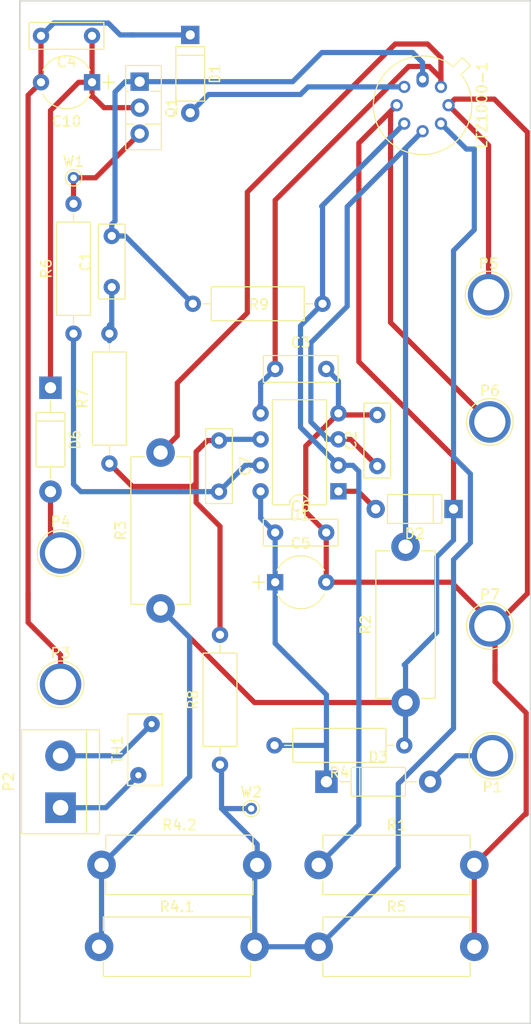
<source format=kicad_pcb>
(kicad_pcb (version 4) (host pcbnew 4.0.5)

  (general
    (links 57)
    (no_connects 2)
    (area 129.924999 49.924999 180.075001 150.075001)
    (thickness 1.6)
    (drawings 4)
    (tracks 218)
    (zones 0)
    (modules 36)
    (nets 21)
  )

  (page A4)
  (layers
    (0 F.Cu signal)
    (31 B.Cu signal)
    (32 B.Adhes user)
    (33 F.Adhes user)
    (34 B.Paste user)
    (35 F.Paste user)
    (36 B.SilkS user hide)
    (37 F.SilkS user)
    (38 B.Mask user hide)
    (39 F.Mask user hide)
    (40 Dwgs.User user hide)
    (41 Cmts.User user hide)
    (42 Eco1.User user hide)
    (43 Eco2.User user hide)
    (44 Edge.Cuts user)
    (45 Margin user hide)
    (46 B.CrtYd user)
    (47 F.CrtYd user)
    (48 B.Fab user)
    (49 F.Fab user)
  )

  (setup
    (last_trace_width 0.508)
    (trace_clearance 0.2)
    (zone_clearance 0.508)
    (zone_45_only no)
    (trace_min 0.2)
    (segment_width 0.2)
    (edge_width 0.15)
    (via_size 0.6)
    (via_drill 0.4)
    (via_min_size 0.4)
    (via_min_drill 0.3)
    (uvia_size 0.3)
    (uvia_drill 0.1)
    (uvias_allowed no)
    (uvia_min_size 0.2)
    (uvia_min_drill 0.1)
    (pcb_text_width 0.3)
    (pcb_text_size 1.5 1.5)
    (mod_edge_width 0.15)
    (mod_text_size 1 1)
    (mod_text_width 0.15)
    (pad_size 1.524 1.524)
    (pad_drill 0.762)
    (pad_to_mask_clearance 0.2)
    (aux_axis_origin 0 0)
    (visible_elements FFFFEF7F)
    (pcbplotparams
      (layerselection 0x00030_80000001)
      (usegerberextensions false)
      (excludeedgelayer true)
      (linewidth 0.150000)
      (plotframeref false)
      (viasonmask false)
      (mode 1)
      (useauxorigin false)
      (hpglpennumber 1)
      (hpglpenspeed 20)
      (hpglpendiameter 15)
      (hpglpenoverlay 2)
      (psnegative false)
      (psa4output false)
      (plotreference true)
      (plotvalue true)
      (plotinvisibletext false)
      (padsonsilk false)
      (subtractmaskfromsilk false)
      (outputformat 1)
      (mirror false)
      (drillshape 1)
      (scaleselection 1)
      (outputdirectory ""))
  )

  (net 0 "")
  (net 1 "Net-(C1-Pad1)")
  (net 2 "Net-(C1-Pad2)")
  (net 3 "Net-(C2-Pad1)")
  (net 4 "Net-(C3-Pad1)")
  (net 5 GND)
  (net 6 "Net-(C7-Pad1)")
  (net 7 "Net-(C7-Pad2)")
  (net 8 "Net-(D1-Pad2)")
  (net 9 "Net-(D2-Pad2)")
  (net 10 /SENSE+)
  (net 11 "Net-(LTZ1000-1-Pad4)")
  (net 12 "Net-(P2-Pad1)")
  (net 13 "Net-(P2-Pad2)")
  (net 14 "Net-(C10-Pad1)")
  (net 15 "Net-(C5-Pad1)")
  (net 16 /VH+)
  (net 17 /VH-)
  (net 18 /VIN+)
  (net 19 /TSENSE)
  (net 20 /HEAT)

  (net_class Default "This is the default net class."
    (clearance 0.2)
    (trace_width 0.508)
    (via_dia 0.6)
    (via_drill 0.4)
    (uvia_dia 0.3)
    (uvia_drill 0.1)
    (add_net /HEAT)
    (add_net /SENSE+)
    (add_net /TSENSE)
    (add_net /VH+)
    (add_net /VH-)
    (add_net /VIN+)
    (add_net GND)
    (add_net "Net-(C1-Pad1)")
    (add_net "Net-(C1-Pad2)")
    (add_net "Net-(C10-Pad1)")
    (add_net "Net-(C2-Pad1)")
    (add_net "Net-(C3-Pad1)")
    (add_net "Net-(C5-Pad1)")
    (add_net "Net-(C7-Pad1)")
    (add_net "Net-(C7-Pad2)")
    (add_net "Net-(D1-Pad2)")
    (add_net "Net-(D2-Pad2)")
    (add_net "Net-(LTZ1000-1-Pad4)")
    (add_net "Net-(P2-Pad1)")
    (add_net "Net-(P2-Pad2)")
  )

  (module Resistors_THT:R_Axial_DIN0614_L14.3mm_D5.7mm_P15.24mm_Horizontal (layer F.Cu) (tedit 5874F706) (tstamp 59FA38D8)
    (at 159.26 134.5)
    (descr "Resistor, Axial_DIN0614 series, Axial, Horizontal, pin pitch=15.24mm, 1.5W, length*diameter=14.3*5.7mm^2")
    (tags "Resistor Axial_DIN0614 series Axial Horizontal pin pitch 15.24mm 1.5W length 14.3mm diameter 5.7mm")
    (path /591A83C9)
    (fp_text reference R1 (at 7.62 -3.91) (layer F.SilkS)
      (effects (font (size 1 1) (thickness 0.15)))
    )
    (fp_text value 120 (at 7.62 3.91) (layer F.Fab)
      (effects (font (size 1 1) (thickness 0.15)))
    )
    (fp_line (start 0.47 -2.85) (end 0.47 2.85) (layer F.Fab) (width 0.1))
    (fp_line (start 0.47 2.85) (end 14.77 2.85) (layer F.Fab) (width 0.1))
    (fp_line (start 14.77 2.85) (end 14.77 -2.85) (layer F.Fab) (width 0.1))
    (fp_line (start 14.77 -2.85) (end 0.47 -2.85) (layer F.Fab) (width 0.1))
    (fp_line (start 0 0) (end 0.47 0) (layer F.Fab) (width 0.1))
    (fp_line (start 15.24 0) (end 14.77 0) (layer F.Fab) (width 0.1))
    (fp_line (start 0.41 -1.58) (end 0.41 -2.91) (layer F.SilkS) (width 0.12))
    (fp_line (start 0.41 -2.91) (end 14.83 -2.91) (layer F.SilkS) (width 0.12))
    (fp_line (start 14.83 -2.91) (end 14.83 -1.58) (layer F.SilkS) (width 0.12))
    (fp_line (start 0.41 1.58) (end 0.41 2.91) (layer F.SilkS) (width 0.12))
    (fp_line (start 0.41 2.91) (end 14.83 2.91) (layer F.SilkS) (width 0.12))
    (fp_line (start 14.83 2.91) (end 14.83 1.58) (layer F.SilkS) (width 0.12))
    (fp_line (start -1.65 -3.2) (end -1.65 3.2) (layer F.CrtYd) (width 0.05))
    (fp_line (start -1.65 3.2) (end 16.9 3.2) (layer F.CrtYd) (width 0.05))
    (fp_line (start 16.9 3.2) (end 16.9 -3.2) (layer F.CrtYd) (width 0.05))
    (fp_line (start 16.9 -3.2) (end -1.65 -3.2) (layer F.CrtYd) (width 0.05))
    (pad 1 thru_hole circle (at 0 0) (size 2.8 2.8) (drill 1.4) (layers *.Cu *.Mask)
      (net 11 "Net-(LTZ1000-1-Pad4)"))
    (pad 2 thru_hole oval (at 15.24 0) (size 2.8 2.8) (drill 1.4) (layers *.Cu *.Mask)
      (net 5 GND))
    (model ${KISYS3DMOD}/Resistors_THT.3dshapes/R_Axial_DIN0614_L14.3mm_D5.7mm_P15.24mm_Horizontal.wrl
      (at (xyz 0 0 0))
      (scale (xyz 0.393701 0.393701 0.393701))
      (rotate (xyz 0 0 0))
    )
  )

  (module Resistors_THT:R_Axial_DIN0309_L9.0mm_D3.2mm_P12.70mm_Horizontal (layer F.Cu) (tedit 5874F706) (tstamp 59FA39CA)
    (at 159.639 79.629 180)
    (descr "Resistor, Axial_DIN0309 series, Axial, Horizontal, pin pitch=12.7mm, 0.5W = 1/2W, length*diameter=9*3.2mm^2, http://cdn-reichelt.de/documents/datenblatt/B400/1_4W%23YAG.pdf")
    (tags "Resistor Axial_DIN0309 series Axial Horizontal pin pitch 12.7mm 0.5W = 1/2W length 9mm diameter 3.2mm")
    (path /59B8A7EB)
    (fp_text reference R9 (at 6.236 -0.07 180) (layer F.SilkS)
      (effects (font (size 1 1) (thickness 0.15)))
    )
    (fp_text value 400k (at 6.35 2.66 180) (layer F.Fab)
      (effects (font (size 1 1) (thickness 0.15)))
    )
    (fp_line (start 1.85 -1.6) (end 1.85 1.6) (layer F.Fab) (width 0.1))
    (fp_line (start 1.85 1.6) (end 10.85 1.6) (layer F.Fab) (width 0.1))
    (fp_line (start 10.85 1.6) (end 10.85 -1.6) (layer F.Fab) (width 0.1))
    (fp_line (start 10.85 -1.6) (end 1.85 -1.6) (layer F.Fab) (width 0.1))
    (fp_line (start 0 0) (end 1.85 0) (layer F.Fab) (width 0.1))
    (fp_line (start 12.7 0) (end 10.85 0) (layer F.Fab) (width 0.1))
    (fp_line (start 1.79 -1.66) (end 1.79 1.66) (layer F.SilkS) (width 0.12))
    (fp_line (start 1.79 1.66) (end 10.91 1.66) (layer F.SilkS) (width 0.12))
    (fp_line (start 10.91 1.66) (end 10.91 -1.66) (layer F.SilkS) (width 0.12))
    (fp_line (start 10.91 -1.66) (end 1.79 -1.66) (layer F.SilkS) (width 0.12))
    (fp_line (start 0.98 0) (end 1.79 0) (layer F.SilkS) (width 0.12))
    (fp_line (start 11.72 0) (end 10.91 0) (layer F.SilkS) (width 0.12))
    (fp_line (start -1.05 -1.95) (end -1.05 1.95) (layer F.CrtYd) (width 0.05))
    (fp_line (start -1.05 1.95) (end 13.75 1.95) (layer F.CrtYd) (width 0.05))
    (fp_line (start 13.75 1.95) (end 13.75 -1.95) (layer F.CrtYd) (width 0.05))
    (fp_line (start 13.75 -1.95) (end -1.05 -1.95) (layer F.CrtYd) (width 0.05))
    (pad 1 thru_hole circle (at 0 0 180) (size 1.6 1.6) (drill 0.8) (layers *.Cu *.Mask)
      (net 11 "Net-(LTZ1000-1-Pad4)"))
    (pad 2 thru_hole oval (at 12.7 0 180) (size 1.6 1.6) (drill 0.8) (layers *.Cu *.Mask)
      (net 2 "Net-(C1-Pad2)"))
    (model ${KISYS3DMOD}/Resistors_THT.3dshapes/R_Axial_DIN0309_L9.0mm_D3.2mm_P12.70mm_Horizontal.wrl
      (at (xyz 0 0 0))
      (scale (xyz 0.393701 0.393701 0.393701))
      (rotate (xyz 0 0 0))
    )
  )

  (module Diodes_THT:D_A-405_P7.62mm_Horizontal (layer F.Cu) (tedit 5921392E) (tstamp 59FA371F)
    (at 146.685 53.34 270)
    (descr "D, A-405 series, Axial, Horizontal, pin pitch=7.62mm, , length*diameter=5.2*2.7mm^2, , http://www.diodes.com/_files/packages/A-405.pdf")
    (tags "D A-405 series Axial Horizontal pin pitch 7.62mm  length 5.2mm diameter 2.7mm")
    (path /591A7AD9)
    (fp_text reference D1 (at 3.81 -2.41 270) (layer F.SilkS)
      (effects (font (size 1 1) (thickness 0.15)))
    )
    (fp_text value 1N4148 (at 3.81 2.41 270) (layer F.Fab)
      (effects (font (size 1 1) (thickness 0.15)))
    )
    (fp_text user %R (at 3.81 0 270) (layer F.Fab)
      (effects (font (size 1 1) (thickness 0.15)))
    )
    (fp_line (start 1.21 -1.35) (end 1.21 1.35) (layer F.Fab) (width 0.1))
    (fp_line (start 1.21 1.35) (end 6.41 1.35) (layer F.Fab) (width 0.1))
    (fp_line (start 6.41 1.35) (end 6.41 -1.35) (layer F.Fab) (width 0.1))
    (fp_line (start 6.41 -1.35) (end 1.21 -1.35) (layer F.Fab) (width 0.1))
    (fp_line (start 0 0) (end 1.21 0) (layer F.Fab) (width 0.1))
    (fp_line (start 7.62 0) (end 6.41 0) (layer F.Fab) (width 0.1))
    (fp_line (start 1.99 -1.35) (end 1.99 1.35) (layer F.Fab) (width 0.1))
    (fp_line (start 1.15 -1.41) (end 1.15 1.41) (layer F.SilkS) (width 0.12))
    (fp_line (start 1.15 1.41) (end 6.47 1.41) (layer F.SilkS) (width 0.12))
    (fp_line (start 6.47 1.41) (end 6.47 -1.41) (layer F.SilkS) (width 0.12))
    (fp_line (start 6.47 -1.41) (end 1.15 -1.41) (layer F.SilkS) (width 0.12))
    (fp_line (start 1.08 0) (end 1.15 0) (layer F.SilkS) (width 0.12))
    (fp_line (start 6.54 0) (end 6.47 0) (layer F.SilkS) (width 0.12))
    (fp_line (start 1.99 -1.41) (end 1.99 1.41) (layer F.SilkS) (width 0.12))
    (fp_line (start -1.15 -1.7) (end -1.15 1.7) (layer F.CrtYd) (width 0.05))
    (fp_line (start -1.15 1.7) (end 8.8 1.7) (layer F.CrtYd) (width 0.05))
    (fp_line (start 8.8 1.7) (end 8.8 -1.7) (layer F.CrtYd) (width 0.05))
    (fp_line (start 8.8 -1.7) (end -1.15 -1.7) (layer F.CrtYd) (width 0.05))
    (pad 1 thru_hole rect (at 0 0 270) (size 1.8 1.8) (drill 0.9) (layers *.Cu *.Mask)
      (net 17 /VH-))
    (pad 2 thru_hole oval (at 7.62 0 270) (size 1.8 1.8) (drill 0.9) (layers *.Cu *.Mask)
      (net 8 "Net-(D1-Pad2)"))
    (model ${KISYS3DMOD}/Diodes_THT.3dshapes/D_A-405_P7.62mm_Horizontal.wrl
      (at (xyz 0 0 0))
      (scale (xyz 0.393701 0.393701 0.393701))
      (rotate (xyz 0 0 0))
    )
  )

  (module Diodes_THT:D_A-405_P7.62mm_Horizontal (layer F.Cu) (tedit 5921392E) (tstamp 59FA3738)
    (at 172.466 99.695 180)
    (descr "D, A-405 series, Axial, Horizontal, pin pitch=7.62mm, , length*diameter=5.2*2.7mm^2, , http://www.diodes.com/_files/packages/A-405.pdf")
    (tags "D A-405 series Axial Horizontal pin pitch 7.62mm  length 5.2mm diameter 2.7mm")
    (path /591A9152)
    (fp_text reference D2 (at 3.81 -2.41 180) (layer F.SilkS)
      (effects (font (size 1 1) (thickness 0.15)))
    )
    (fp_text value 1N4148 (at 3.81 2.41 180) (layer F.Fab)
      (effects (font (size 1 1) (thickness 0.15)))
    )
    (fp_text user %R (at 3.81 0 180) (layer F.Fab)
      (effects (font (size 1 1) (thickness 0.15)))
    )
    (fp_line (start 1.21 -1.35) (end 1.21 1.35) (layer F.Fab) (width 0.1))
    (fp_line (start 1.21 1.35) (end 6.41 1.35) (layer F.Fab) (width 0.1))
    (fp_line (start 6.41 1.35) (end 6.41 -1.35) (layer F.Fab) (width 0.1))
    (fp_line (start 6.41 -1.35) (end 1.21 -1.35) (layer F.Fab) (width 0.1))
    (fp_line (start 0 0) (end 1.21 0) (layer F.Fab) (width 0.1))
    (fp_line (start 7.62 0) (end 6.41 0) (layer F.Fab) (width 0.1))
    (fp_line (start 1.99 -1.35) (end 1.99 1.35) (layer F.Fab) (width 0.1))
    (fp_line (start 1.15 -1.41) (end 1.15 1.41) (layer F.SilkS) (width 0.12))
    (fp_line (start 1.15 1.41) (end 6.47 1.41) (layer F.SilkS) (width 0.12))
    (fp_line (start 6.47 1.41) (end 6.47 -1.41) (layer F.SilkS) (width 0.12))
    (fp_line (start 6.47 -1.41) (end 1.15 -1.41) (layer F.SilkS) (width 0.12))
    (fp_line (start 1.08 0) (end 1.15 0) (layer F.SilkS) (width 0.12))
    (fp_line (start 6.54 0) (end 6.47 0) (layer F.SilkS) (width 0.12))
    (fp_line (start 1.99 -1.41) (end 1.99 1.41) (layer F.SilkS) (width 0.12))
    (fp_line (start -1.15 -1.7) (end -1.15 1.7) (layer F.CrtYd) (width 0.05))
    (fp_line (start -1.15 1.7) (end 8.8 1.7) (layer F.CrtYd) (width 0.05))
    (fp_line (start 8.8 1.7) (end 8.8 -1.7) (layer F.CrtYd) (width 0.05))
    (fp_line (start 8.8 -1.7) (end -1.15 -1.7) (layer F.CrtYd) (width 0.05))
    (pad 1 thru_hole rect (at 0 0 180) (size 1.8 1.8) (drill 0.9) (layers *.Cu *.Mask)
      (net 10 /SENSE+))
    (pad 2 thru_hole oval (at 7.62 0 180) (size 1.8 1.8) (drill 0.9) (layers *.Cu *.Mask)
      (net 9 "Net-(D2-Pad2)"))
    (model ${KISYS3DMOD}/Diodes_THT.3dshapes/D_A-405_P7.62mm_Horizontal.wrl
      (at (xyz 0 0 0))
      (scale (xyz 0.393701 0.393701 0.393701))
      (rotate (xyz 0 0 0))
    )
  )

  (module Diodes_THT:D_DO-41_SOD81_P10.16mm_Horizontal (layer F.Cu) (tedit 5921392F) (tstamp 59FA3751)
    (at 160.02 126.365)
    (descr "D, DO-41_SOD81 series, Axial, Horizontal, pin pitch=10.16mm, , length*diameter=5.2*2.7mm^2, , http://www.diodes.com/_files/packages/DO-41%20(Plastic).pdf")
    (tags "D DO-41_SOD81 series Axial Horizontal pin pitch 10.16mm  length 5.2mm diameter 2.7mm")
    (path /59EE5919)
    (fp_text reference D3 (at 5.08 -2.41) (layer F.SilkS)
      (effects (font (size 1 1) (thickness 0.15)))
    )
    (fp_text value 1N5819 (at 5.08 2.41) (layer F.Fab)
      (effects (font (size 1 1) (thickness 0.15)))
    )
    (fp_text user %R (at 5.08 0) (layer F.Fab)
      (effects (font (size 1 1) (thickness 0.15)))
    )
    (fp_line (start 2.48 -1.35) (end 2.48 1.35) (layer F.Fab) (width 0.1))
    (fp_line (start 2.48 1.35) (end 7.68 1.35) (layer F.Fab) (width 0.1))
    (fp_line (start 7.68 1.35) (end 7.68 -1.35) (layer F.Fab) (width 0.1))
    (fp_line (start 7.68 -1.35) (end 2.48 -1.35) (layer F.Fab) (width 0.1))
    (fp_line (start 0 0) (end 2.48 0) (layer F.Fab) (width 0.1))
    (fp_line (start 10.16 0) (end 7.68 0) (layer F.Fab) (width 0.1))
    (fp_line (start 3.26 -1.35) (end 3.26 1.35) (layer F.Fab) (width 0.1))
    (fp_line (start 2.42 -1.41) (end 2.42 1.41) (layer F.SilkS) (width 0.12))
    (fp_line (start 2.42 1.41) (end 7.74 1.41) (layer F.SilkS) (width 0.12))
    (fp_line (start 7.74 1.41) (end 7.74 -1.41) (layer F.SilkS) (width 0.12))
    (fp_line (start 7.74 -1.41) (end 2.42 -1.41) (layer F.SilkS) (width 0.12))
    (fp_line (start 1.28 0) (end 2.42 0) (layer F.SilkS) (width 0.12))
    (fp_line (start 8.88 0) (end 7.74 0) (layer F.SilkS) (width 0.12))
    (fp_line (start 3.26 -1.41) (end 3.26 1.41) (layer F.SilkS) (width 0.12))
    (fp_line (start -1.35 -1.7) (end -1.35 1.7) (layer F.CrtYd) (width 0.05))
    (fp_line (start -1.35 1.7) (end 11.55 1.7) (layer F.CrtYd) (width 0.05))
    (fp_line (start 11.55 1.7) (end 11.55 -1.7) (layer F.CrtYd) (width 0.05))
    (fp_line (start 11.55 -1.7) (end -1.35 -1.7) (layer F.CrtYd) (width 0.05))
    (pad 1 thru_hole rect (at 0 0) (size 2.2 2.2) (drill 1.1) (layers *.Cu *.Mask)
      (net 15 "Net-(C5-Pad1)"))
    (pad 2 thru_hole oval (at 10.16 0) (size 2.2 2.2) (drill 1.1) (layers *.Cu *.Mask)
      (net 18 /VIN+))
    (model ${KISYS3DMOD}/Diodes_THT.3dshapes/D_DO-41_SOD81_P10.16mm_Horizontal.wrl
      (at (xyz 0 0 0))
      (scale (xyz 0.393701 0.393701 0.393701))
      (rotate (xyz 0 0 0))
    )
  )

  (module TO_SOT_Packages_THT:TO-5-8_PD5.08 (layer F.Cu) (tedit 58CE52AF) (tstamp 59FA384A)
    (at 169.436051 57.676051 270)
    (descr TO-5-8_PD5.08)
    (tags TO-5-8_PD5.08)
    (path /59B76399)
    (fp_text reference LTZ1000-1 (at 2.54 -5.82 270) (layer F.SilkS)
      (effects (font (size 1 1) (thickness 0.15)))
    )
    (fp_text value LTZ1000 (at 2.54 5.82 270) (layer F.Fab)
      (effects (font (size 1 1) (thickness 0.15)))
    )
    (fp_text user %R (at 2.54 -5.82 270) (layer F.Fab)
      (effects (font (size 1 1) (thickness 0.15)))
    )
    (fp_line (start -0.465408 -3.61352) (end -1.27151 -4.419621) (layer F.Fab) (width 0.1))
    (fp_line (start -1.27151 -4.419621) (end -1.879621 -3.81151) (layer F.Fab) (width 0.1))
    (fp_line (start -1.879621 -3.81151) (end -1.07352 -3.005408) (layer F.Fab) (width 0.1))
    (fp_line (start -0.457084 -3.774902) (end -1.348039 -4.665856) (layer F.SilkS) (width 0.12))
    (fp_line (start -1.348039 -4.665856) (end -2.125856 -3.888039) (layer F.SilkS) (width 0.12))
    (fp_line (start -2.125856 -3.888039) (end -1.234902 -2.997084) (layer F.SilkS) (width 0.12))
    (fp_line (start -2.41 -4.95) (end -2.41 4.95) (layer F.CrtYd) (width 0.05))
    (fp_line (start -2.41 4.95) (end 7.49 4.95) (layer F.CrtYd) (width 0.05))
    (fp_line (start 7.49 4.95) (end 7.49 -4.95) (layer F.CrtYd) (width 0.05))
    (fp_line (start 7.49 -4.95) (end -2.41 -4.95) (layer F.CrtYd) (width 0.05))
    (fp_circle (center 2.54 0) (end 6.79 0) (layer F.Fab) (width 0.1))
    (fp_arc (start 2.54 0) (end -0.465408 -3.61352) (angle 349.5) (layer F.Fab) (width 0.1))
    (fp_arc (start 2.54 0) (end -0.457084 -3.774902) (angle 346.9) (layer F.SilkS) (width 0.12))
    (pad 1 thru_hole oval (at 0 0 270) (size 1.6 1.2) (drill 0.7) (layers *.Cu *.Mask)
      (net 2 "Net-(C1-Pad2)"))
    (pad 2 thru_hole oval (at 0.743949 1.796051 270) (size 1.2 1.2) (drill 0.7) (layers *.Cu *.Mask)
      (net 8 "Net-(D1-Pad2)"))
    (pad 3 thru_hole oval (at 2.54 2.54 270) (size 1.2 1.2) (drill 0.7) (layers *.Cu *.Mask)
      (net 10 /SENSE+))
    (pad 4 thru_hole oval (at 4.336051 1.796051 270) (size 1.2 1.2) (drill 0.7) (layers *.Cu *.Mask)
      (net 11 "Net-(LTZ1000-1-Pad4)"))
    (pad 5 thru_hole oval (at 5.08 0 270) (size 1.2 1.2) (drill 0.7) (layers *.Cu *.Mask)
      (net 3 "Net-(C2-Pad1)"))
    (pad 6 thru_hole oval (at 4.336051 -1.796051 270) (size 1.2 1.2) (drill 0.7) (layers *.Cu *.Mask)
      (net 19 /TSENSE))
    (pad 7 thru_hole oval (at 2.54 -2.54 270) (size 1.2 1.2) (drill 0.7) (layers *.Cu *.Mask)
      (net 5 GND))
    (pad 8 thru_hole oval (at 0.743949 -1.796051 270) (size 1.2 1.2) (drill 0.7) (layers *.Cu *.Mask)
      (net 4 "Net-(C3-Pad1)"))
    (model ${KISYS3DMOD}/TO_SOT_Packages_THT.3dshapes/TO-5-8_PD5.08.wrl
      (at (xyz 0 0 0))
      (scale (xyz 0.393701 0.393701 0.393701))
      (rotate (xyz 0 0 0))
    )
  )

  (module Resistors_THT:R_Axial_DIN0614_L14.3mm_D5.7mm_P15.24mm_Horizontal (layer F.Cu) (tedit 5874F706) (tstamp 59FA38EE)
    (at 167.767 118.618 90)
    (descr "Resistor, Axial_DIN0614 series, Axial, Horizontal, pin pitch=15.24mm, 1.5W, length*diameter=14.3*5.7mm^2")
    (tags "Resistor Axial_DIN0614 series Axial Horizontal pin pitch 15.24mm 1.5W length 14.3mm diameter 5.7mm")
    (path /591A82B2)
    (fp_text reference R2 (at 7.62 -3.91 90) (layer F.SilkS)
      (effects (font (size 1 1) (thickness 0.15)))
    )
    (fp_text value 70k (at 7.62 3.91 90) (layer F.Fab)
      (effects (font (size 1 1) (thickness 0.15)))
    )
    (fp_line (start 0.47 -2.85) (end 0.47 2.85) (layer F.Fab) (width 0.1))
    (fp_line (start 0.47 2.85) (end 14.77 2.85) (layer F.Fab) (width 0.1))
    (fp_line (start 14.77 2.85) (end 14.77 -2.85) (layer F.Fab) (width 0.1))
    (fp_line (start 14.77 -2.85) (end 0.47 -2.85) (layer F.Fab) (width 0.1))
    (fp_line (start 0 0) (end 0.47 0) (layer F.Fab) (width 0.1))
    (fp_line (start 15.24 0) (end 14.77 0) (layer F.Fab) (width 0.1))
    (fp_line (start 0.41 -1.58) (end 0.41 -2.91) (layer F.SilkS) (width 0.12))
    (fp_line (start 0.41 -2.91) (end 14.83 -2.91) (layer F.SilkS) (width 0.12))
    (fp_line (start 14.83 -2.91) (end 14.83 -1.58) (layer F.SilkS) (width 0.12))
    (fp_line (start 0.41 1.58) (end 0.41 2.91) (layer F.SilkS) (width 0.12))
    (fp_line (start 0.41 2.91) (end 14.83 2.91) (layer F.SilkS) (width 0.12))
    (fp_line (start 14.83 2.91) (end 14.83 1.58) (layer F.SilkS) (width 0.12))
    (fp_line (start -1.65 -3.2) (end -1.65 3.2) (layer F.CrtYd) (width 0.05))
    (fp_line (start -1.65 3.2) (end 16.9 3.2) (layer F.CrtYd) (width 0.05))
    (fp_line (start 16.9 3.2) (end 16.9 -3.2) (layer F.CrtYd) (width 0.05))
    (fp_line (start 16.9 -3.2) (end -1.65 -3.2) (layer F.CrtYd) (width 0.05))
    (pad 1 thru_hole circle (at 0 0 90) (size 2.8 2.8) (drill 1.4) (layers *.Cu *.Mask)
      (net 10 /SENSE+))
    (pad 2 thru_hole oval (at 15.24 0 90) (size 2.8 2.8) (drill 1.4) (layers *.Cu *.Mask)
      (net 3 "Net-(C2-Pad1)"))
    (model ${KISYS3DMOD}/Resistors_THT.3dshapes/R_Axial_DIN0614_L14.3mm_D5.7mm_P15.24mm_Horizontal.wrl
      (at (xyz 0 0 0))
      (scale (xyz 0.393701 0.393701 0.393701))
      (rotate (xyz 0 0 0))
    )
  )

  (module Resistors_THT:R_Axial_DIN0614_L14.3mm_D5.7mm_P15.24mm_Horizontal (layer F.Cu) (tedit 5874F706) (tstamp 59FA3904)
    (at 143.78 109.42 90)
    (descr "Resistor, Axial_DIN0614 series, Axial, Horizontal, pin pitch=15.24mm, 1.5W, length*diameter=14.3*5.7mm^2")
    (tags "Resistor Axial_DIN0614 series Axial Horizontal pin pitch 15.24mm 1.5W length 14.3mm diameter 5.7mm")
    (path /591A7BA9)
    (fp_text reference R3 (at 7.62 -3.91 90) (layer F.SilkS)
      (effects (font (size 1 1) (thickness 0.15)))
    )
    (fp_text value 70k (at 7.62 3.91 90) (layer F.Fab)
      (effects (font (size 1 1) (thickness 0.15)))
    )
    (fp_line (start 0.47 -2.85) (end 0.47 2.85) (layer F.Fab) (width 0.1))
    (fp_line (start 0.47 2.85) (end 14.77 2.85) (layer F.Fab) (width 0.1))
    (fp_line (start 14.77 2.85) (end 14.77 -2.85) (layer F.Fab) (width 0.1))
    (fp_line (start 14.77 -2.85) (end 0.47 -2.85) (layer F.Fab) (width 0.1))
    (fp_line (start 0 0) (end 0.47 0) (layer F.Fab) (width 0.1))
    (fp_line (start 15.24 0) (end 14.77 0) (layer F.Fab) (width 0.1))
    (fp_line (start 0.41 -1.58) (end 0.41 -2.91) (layer F.SilkS) (width 0.12))
    (fp_line (start 0.41 -2.91) (end 14.83 -2.91) (layer F.SilkS) (width 0.12))
    (fp_line (start 14.83 -2.91) (end 14.83 -1.58) (layer F.SilkS) (width 0.12))
    (fp_line (start 0.41 1.58) (end 0.41 2.91) (layer F.SilkS) (width 0.12))
    (fp_line (start 0.41 2.91) (end 14.83 2.91) (layer F.SilkS) (width 0.12))
    (fp_line (start 14.83 2.91) (end 14.83 1.58) (layer F.SilkS) (width 0.12))
    (fp_line (start -1.65 -3.2) (end -1.65 3.2) (layer F.CrtYd) (width 0.05))
    (fp_line (start -1.65 3.2) (end 16.9 3.2) (layer F.CrtYd) (width 0.05))
    (fp_line (start 16.9 3.2) (end 16.9 -3.2) (layer F.CrtYd) (width 0.05))
    (fp_line (start 16.9 -3.2) (end -1.65 -3.2) (layer F.CrtYd) (width 0.05))
    (pad 1 thru_hole circle (at 0 0 90) (size 2.8 2.8) (drill 1.4) (layers *.Cu *.Mask)
      (net 10 /SENSE+))
    (pad 2 thru_hole oval (at 15.24 0 90) (size 2.8 2.8) (drill 1.4) (layers *.Cu *.Mask)
      (net 4 "Net-(C3-Pad1)"))
    (model ${KISYS3DMOD}/Resistors_THT.3dshapes/R_Axial_DIN0614_L14.3mm_D5.7mm_P15.24mm_Horizontal.wrl
      (at (xyz 0 0 0))
      (scale (xyz 0.393701 0.393701 0.393701))
      (rotate (xyz 0 0 0))
    )
  )

  (module Resistors_THT:R_Axial_DIN0614_L14.3mm_D5.7mm_P15.24mm_Horizontal (layer F.Cu) (tedit 5874F706) (tstamp 59FA3930)
    (at 137.76 142.5)
    (descr "Resistor, Axial_DIN0614 series, Axial, Horizontal, pin pitch=15.24mm, 1.5W, length*diameter=14.3*5.7mm^2")
    (tags "Resistor Axial_DIN0614 series Axial Horizontal pin pitch 15.24mm 1.5W length 14.3mm diameter 5.7mm")
    (path /59BA12BD)
    (fp_text reference R4.1 (at 7.62 -3.91) (layer F.SilkS)
      (effects (font (size 1 1) (thickness 0.15)))
    )
    (fp_text value 25k (at 7.62 3.91) (layer F.Fab)
      (effects (font (size 1 1) (thickness 0.15)))
    )
    (fp_line (start 0.47 -2.85) (end 0.47 2.85) (layer F.Fab) (width 0.1))
    (fp_line (start 0.47 2.85) (end 14.77 2.85) (layer F.Fab) (width 0.1))
    (fp_line (start 14.77 2.85) (end 14.77 -2.85) (layer F.Fab) (width 0.1))
    (fp_line (start 14.77 -2.85) (end 0.47 -2.85) (layer F.Fab) (width 0.1))
    (fp_line (start 0 0) (end 0.47 0) (layer F.Fab) (width 0.1))
    (fp_line (start 15.24 0) (end 14.77 0) (layer F.Fab) (width 0.1))
    (fp_line (start 0.41 -1.58) (end 0.41 -2.91) (layer F.SilkS) (width 0.12))
    (fp_line (start 0.41 -2.91) (end 14.83 -2.91) (layer F.SilkS) (width 0.12))
    (fp_line (start 14.83 -2.91) (end 14.83 -1.58) (layer F.SilkS) (width 0.12))
    (fp_line (start 0.41 1.58) (end 0.41 2.91) (layer F.SilkS) (width 0.12))
    (fp_line (start 0.41 2.91) (end 14.83 2.91) (layer F.SilkS) (width 0.12))
    (fp_line (start 14.83 2.91) (end 14.83 1.58) (layer F.SilkS) (width 0.12))
    (fp_line (start -1.65 -3.2) (end -1.65 3.2) (layer F.CrtYd) (width 0.05))
    (fp_line (start -1.65 3.2) (end 16.9 3.2) (layer F.CrtYd) (width 0.05))
    (fp_line (start 16.9 3.2) (end 16.9 -3.2) (layer F.CrtYd) (width 0.05))
    (fp_line (start 16.9 -3.2) (end -1.65 -3.2) (layer F.CrtYd) (width 0.05))
    (pad 1 thru_hole circle (at 0 0) (size 2.8 2.8) (drill 1.4) (layers *.Cu *.Mask)
      (net 10 /SENSE+))
    (pad 2 thru_hole oval (at 15.24 0) (size 2.8 2.8) (drill 1.4) (layers *.Cu *.Mask)
      (net 19 /TSENSE))
    (model ${KISYS3DMOD}/Resistors_THT.3dshapes/R_Axial_DIN0614_L14.3mm_D5.7mm_P15.24mm_Horizontal.wrl
      (at (xyz 0 0 0))
      (scale (xyz 0.393701 0.393701 0.393701))
      (rotate (xyz 0 0 0))
    )
  )

  (module Resistors_THT:R_Axial_DIN0614_L14.3mm_D5.7mm_P15.24mm_Horizontal (layer F.Cu) (tedit 5874F706) (tstamp 59FA3946)
    (at 138 134.5)
    (descr "Resistor, Axial_DIN0614 series, Axial, Horizontal, pin pitch=15.24mm, 1.5W, length*diameter=14.3*5.7mm^2")
    (tags "Resistor Axial_DIN0614 series Axial Horizontal pin pitch 15.24mm 1.5W length 14.3mm diameter 5.7mm")
    (path /591A7C6A)
    (fp_text reference R4.2 (at 7.62 -3.91) (layer F.SilkS)
      (effects (font (size 1 1) (thickness 0.15)))
    )
    (fp_text value 25k (at 7.62 3.91) (layer F.Fab)
      (effects (font (size 1 1) (thickness 0.15)))
    )
    (fp_line (start 0.47 -2.85) (end 0.47 2.85) (layer F.Fab) (width 0.1))
    (fp_line (start 0.47 2.85) (end 14.77 2.85) (layer F.Fab) (width 0.1))
    (fp_line (start 14.77 2.85) (end 14.77 -2.85) (layer F.Fab) (width 0.1))
    (fp_line (start 14.77 -2.85) (end 0.47 -2.85) (layer F.Fab) (width 0.1))
    (fp_line (start 0 0) (end 0.47 0) (layer F.Fab) (width 0.1))
    (fp_line (start 15.24 0) (end 14.77 0) (layer F.Fab) (width 0.1))
    (fp_line (start 0.41 -1.58) (end 0.41 -2.91) (layer F.SilkS) (width 0.12))
    (fp_line (start 0.41 -2.91) (end 14.83 -2.91) (layer F.SilkS) (width 0.12))
    (fp_line (start 14.83 -2.91) (end 14.83 -1.58) (layer F.SilkS) (width 0.12))
    (fp_line (start 0.41 1.58) (end 0.41 2.91) (layer F.SilkS) (width 0.12))
    (fp_line (start 0.41 2.91) (end 14.83 2.91) (layer F.SilkS) (width 0.12))
    (fp_line (start 14.83 2.91) (end 14.83 1.58) (layer F.SilkS) (width 0.12))
    (fp_line (start -1.65 -3.2) (end -1.65 3.2) (layer F.CrtYd) (width 0.05))
    (fp_line (start -1.65 3.2) (end 16.9 3.2) (layer F.CrtYd) (width 0.05))
    (fp_line (start 16.9 3.2) (end 16.9 -3.2) (layer F.CrtYd) (width 0.05))
    (fp_line (start 16.9 -3.2) (end -1.65 -3.2) (layer F.CrtYd) (width 0.05))
    (pad 1 thru_hole circle (at 0 0) (size 2.8 2.8) (drill 1.4) (layers *.Cu *.Mask)
      (net 10 /SENSE+))
    (pad 2 thru_hole oval (at 15.24 0) (size 2.8 2.8) (drill 1.4) (layers *.Cu *.Mask)
      (net 19 /TSENSE))
    (model ${KISYS3DMOD}/Resistors_THT.3dshapes/R_Axial_DIN0614_L14.3mm_D5.7mm_P15.24mm_Horizontal.wrl
      (at (xyz 0 0 0))
      (scale (xyz 0.393701 0.393701 0.393701))
      (rotate (xyz 0 0 0))
    )
  )

  (module Resistors_THT:R_Axial_DIN0309_L9.0mm_D3.2mm_P12.70mm_Horizontal (layer F.Cu) (tedit 5874F706) (tstamp 59FA399E)
    (at 138.77 95.25 90)
    (descr "Resistor, Axial_DIN0309 series, Axial, Horizontal, pin pitch=12.7mm, 0.5W = 1/2W, length*diameter=9*3.2mm^2, http://cdn-reichelt.de/documents/datenblatt/B400/1_4W%23YAG.pdf")
    (tags "Resistor Axial_DIN0309 series Axial Horizontal pin pitch 12.7mm 0.5W = 1/2W length 9mm diameter 3.2mm")
    (path /591A8697)
    (fp_text reference R7 (at 6.35 -2.66 90) (layer F.SilkS)
      (effects (font (size 1 1) (thickness 0.15)))
    )
    (fp_text value 1M (at 6.35 2.66 90) (layer F.Fab)
      (effects (font (size 1 1) (thickness 0.15)))
    )
    (fp_line (start 1.85 -1.6) (end 1.85 1.6) (layer F.Fab) (width 0.1))
    (fp_line (start 1.85 1.6) (end 10.85 1.6) (layer F.Fab) (width 0.1))
    (fp_line (start 10.85 1.6) (end 10.85 -1.6) (layer F.Fab) (width 0.1))
    (fp_line (start 10.85 -1.6) (end 1.85 -1.6) (layer F.Fab) (width 0.1))
    (fp_line (start 0 0) (end 1.85 0) (layer F.Fab) (width 0.1))
    (fp_line (start 12.7 0) (end 10.85 0) (layer F.Fab) (width 0.1))
    (fp_line (start 1.79 -1.66) (end 1.79 1.66) (layer F.SilkS) (width 0.12))
    (fp_line (start 1.79 1.66) (end 10.91 1.66) (layer F.SilkS) (width 0.12))
    (fp_line (start 10.91 1.66) (end 10.91 -1.66) (layer F.SilkS) (width 0.12))
    (fp_line (start 10.91 -1.66) (end 1.79 -1.66) (layer F.SilkS) (width 0.12))
    (fp_line (start 0.98 0) (end 1.79 0) (layer F.SilkS) (width 0.12))
    (fp_line (start 11.72 0) (end 10.91 0) (layer F.SilkS) (width 0.12))
    (fp_line (start -1.05 -1.95) (end -1.05 1.95) (layer F.CrtYd) (width 0.05))
    (fp_line (start -1.05 1.95) (end 13.75 1.95) (layer F.CrtYd) (width 0.05))
    (fp_line (start 13.75 1.95) (end 13.75 -1.95) (layer F.CrtYd) (width 0.05))
    (fp_line (start 13.75 -1.95) (end -1.05 -1.95) (layer F.CrtYd) (width 0.05))
    (pad 1 thru_hole circle (at 0 0 90) (size 1.6 1.6) (drill 0.8) (layers *.Cu *.Mask)
      (net 6 "Net-(C7-Pad1)"))
    (pad 2 thru_hole oval (at 12.7 0 90) (size 1.6 1.6) (drill 0.8) (layers *.Cu *.Mask)
      (net 1 "Net-(C1-Pad1)"))
    (model ${KISYS3DMOD}/Resistors_THT.3dshapes/R_Axial_DIN0309_L9.0mm_D3.2mm_P12.70mm_Horizontal.wrl
      (at (xyz 0 0 0))
      (scale (xyz 0.393701 0.393701 0.393701))
      (rotate (xyz 0 0 0))
    )
  )

  (module Resistors_THT:R_Axial_DIN0309_L9.0mm_D3.2mm_P12.70mm_Horizontal (layer F.Cu) (tedit 5874F706) (tstamp 59FA39B4)
    (at 149.6 124.7 90)
    (descr "Resistor, Axial_DIN0309 series, Axial, Horizontal, pin pitch=12.7mm, 0.5W = 1/2W, length*diameter=9*3.2mm^2, http://cdn-reichelt.de/documents/datenblatt/B400/1_4W%23YAG.pdf")
    (tags "Resistor Axial_DIN0309 series Axial Horizontal pin pitch 12.7mm 0.5W = 1/2W length 9mm diameter 3.2mm")
    (path /591A79F4)
    (fp_text reference R8 (at 6.35 -2.66 90) (layer F.SilkS)
      (effects (font (size 1 1) (thickness 0.15)))
    )
    (fp_text value 10k (at 6.35 2.66 90) (layer F.Fab)
      (effects (font (size 1 1) (thickness 0.15)))
    )
    (fp_line (start 1.85 -1.6) (end 1.85 1.6) (layer F.Fab) (width 0.1))
    (fp_line (start 1.85 1.6) (end 10.85 1.6) (layer F.Fab) (width 0.1))
    (fp_line (start 10.85 1.6) (end 10.85 -1.6) (layer F.Fab) (width 0.1))
    (fp_line (start 10.85 -1.6) (end 1.85 -1.6) (layer F.Fab) (width 0.1))
    (fp_line (start 0 0) (end 1.85 0) (layer F.Fab) (width 0.1))
    (fp_line (start 12.7 0) (end 10.85 0) (layer F.Fab) (width 0.1))
    (fp_line (start 1.79 -1.66) (end 1.79 1.66) (layer F.SilkS) (width 0.12))
    (fp_line (start 1.79 1.66) (end 10.91 1.66) (layer F.SilkS) (width 0.12))
    (fp_line (start 10.91 1.66) (end 10.91 -1.66) (layer F.SilkS) (width 0.12))
    (fp_line (start 10.91 -1.66) (end 1.79 -1.66) (layer F.SilkS) (width 0.12))
    (fp_line (start 0.98 0) (end 1.79 0) (layer F.SilkS) (width 0.12))
    (fp_line (start 11.72 0) (end 10.91 0) (layer F.SilkS) (width 0.12))
    (fp_line (start -1.05 -1.95) (end -1.05 1.95) (layer F.CrtYd) (width 0.05))
    (fp_line (start -1.05 1.95) (end 13.75 1.95) (layer F.CrtYd) (width 0.05))
    (fp_line (start 13.75 1.95) (end 13.75 -1.95) (layer F.CrtYd) (width 0.05))
    (fp_line (start 13.75 -1.95) (end -1.05 -1.95) (layer F.CrtYd) (width 0.05))
    (pad 1 thru_hole circle (at 0 0 90) (size 1.6 1.6) (drill 0.8) (layers *.Cu *.Mask)
      (net 19 /TSENSE))
    (pad 2 thru_hole oval (at 12.7 0 90) (size 1.6 1.6) (drill 0.8) (layers *.Cu *.Mask)
      (net 6 "Net-(C7-Pad1)"))
    (model ${KISYS3DMOD}/Resistors_THT.3dshapes/R_Axial_DIN0309_L9.0mm_D3.2mm_P12.70mm_Horizontal.wrl
      (at (xyz 0 0 0))
      (scale (xyz 0.393701 0.393701 0.393701))
      (rotate (xyz 0 0 0))
    )
  )

  (module Varistors:RV_Disc_D7_W3.4_P5 (layer F.Cu) (tedit 5529CAF8) (tstamp 59FA39EE)
    (at 142.905 120.73 270)
    (tags "varistor SIOV")
    (path /59EE5922)
    (fp_text reference TH1 (at 2.5 3.35 270) (layer F.SilkS)
      (effects (font (size 1 1) (thickness 0.15)))
    )
    (fp_text value 10k (at 2.5 -2.05 270) (layer F.Fab)
      (effects (font (size 1 1) (thickness 0.15)))
    )
    (fp_line (start -1.25 2.6) (end 6.25 2.6) (layer F.CrtYd) (width 0.05))
    (fp_line (start -1.25 -1.3) (end 6.25 -1.3) (layer F.CrtYd) (width 0.05))
    (fp_line (start 6.25 -1.3) (end 6.25 2.6) (layer F.CrtYd) (width 0.05))
    (fp_line (start -1.25 -1.3) (end -1.25 2.6) (layer F.CrtYd) (width 0.05))
    (fp_line (start -1 2.35) (end 6 2.35) (layer F.SilkS) (width 0.15))
    (fp_line (start -1 -1.05) (end 6 -1.05) (layer F.SilkS) (width 0.15))
    (fp_line (start 6 -1.05) (end 6 2.35) (layer F.SilkS) (width 0.15))
    (fp_line (start -1 -1.05) (end -1 2.35) (layer F.SilkS) (width 0.15))
    (pad 1 thru_hole circle (at 0 0 270) (size 1.6 1.6) (drill 0.6) (layers *.Cu *.Mask)
      (net 13 "Net-(P2-Pad2)"))
    (pad 2 thru_hole circle (at 5 1.3 270) (size 1.6 1.6) (drill 0.6) (layers *.Cu *.Mask)
      (net 12 "Net-(P2-Pad1)"))
  )

  (module Housings_DIP:DIP-8_W7.62mm (layer F.Cu) (tedit 59C78D6B) (tstamp 59FB8693)
    (at 161.195 97.965 180)
    (descr "8-lead though-hole mounted DIP package, row spacing 7.62 mm (300 mils)")
    (tags "THT DIP DIL PDIP 2.54mm 7.62mm 300mil")
    (path /59FB8492)
    (fp_text reference U1 (at 3.81 -2.33 180) (layer F.SilkS)
      (effects (font (size 1 1) (thickness 0.15)))
    )
    (fp_text value LT1013N8 (at 3.81 9.95 180) (layer F.Fab)
      (effects (font (size 1 1) (thickness 0.15)))
    )
    (fp_arc (start 3.81 -1.33) (end 2.81 -1.33) (angle -180) (layer F.SilkS) (width 0.12))
    (fp_line (start 1.635 -1.27) (end 6.985 -1.27) (layer F.Fab) (width 0.1))
    (fp_line (start 6.985 -1.27) (end 6.985 8.89) (layer F.Fab) (width 0.1))
    (fp_line (start 6.985 8.89) (end 0.635 8.89) (layer F.Fab) (width 0.1))
    (fp_line (start 0.635 8.89) (end 0.635 -0.27) (layer F.Fab) (width 0.1))
    (fp_line (start 0.635 -0.27) (end 1.635 -1.27) (layer F.Fab) (width 0.1))
    (fp_line (start 2.81 -1.33) (end 1.16 -1.33) (layer F.SilkS) (width 0.12))
    (fp_line (start 1.16 -1.33) (end 1.16 8.95) (layer F.SilkS) (width 0.12))
    (fp_line (start 1.16 8.95) (end 6.46 8.95) (layer F.SilkS) (width 0.12))
    (fp_line (start 6.46 8.95) (end 6.46 -1.33) (layer F.SilkS) (width 0.12))
    (fp_line (start 6.46 -1.33) (end 4.81 -1.33) (layer F.SilkS) (width 0.12))
    (fp_line (start -1.1 -1.55) (end -1.1 9.15) (layer F.CrtYd) (width 0.05))
    (fp_line (start -1.1 9.15) (end 8.7 9.15) (layer F.CrtYd) (width 0.05))
    (fp_line (start 8.7 9.15) (end 8.7 -1.55) (layer F.CrtYd) (width 0.05))
    (fp_line (start 8.7 -1.55) (end -1.1 -1.55) (layer F.CrtYd) (width 0.05))
    (fp_text user %R (at 3.81 3.81 180) (layer F.Fab)
      (effects (font (size 1 1) (thickness 0.15)))
    )
    (pad 1 thru_hole rect (at 0 0 180) (size 1.6 1.6) (drill 0.8) (layers *.Cu *.Mask)
      (net 9 "Net-(D2-Pad2)"))
    (pad 5 thru_hole oval (at 7.62 7.62 180) (size 1.6 1.6) (drill 0.8) (layers *.Cu *.Mask)
      (net 4 "Net-(C3-Pad1)"))
    (pad 2 thru_hole oval (at 0 2.54 180) (size 1.6 1.6) (drill 0.8) (layers *.Cu *.Mask)
      (net 11 "Net-(LTZ1000-1-Pad4)"))
    (pad 6 thru_hole oval (at 7.62 5.08 180) (size 1.6 1.6) (drill 0.8) (layers *.Cu *.Mask)
      (net 6 "Net-(C7-Pad1)"))
    (pad 3 thru_hole oval (at 0 5.08 180) (size 1.6 1.6) (drill 0.8) (layers *.Cu *.Mask)
      (net 3 "Net-(C2-Pad1)"))
    (pad 7 thru_hole oval (at 7.62 2.54 180) (size 1.6 1.6) (drill 0.8) (layers *.Cu *.Mask)
      (net 7 "Net-(C7-Pad2)"))
    (pad 4 thru_hole oval (at 0 7.62 180) (size 1.6 1.6) (drill 0.8) (layers *.Cu *.Mask)
      (net 5 GND))
    (pad 8 thru_hole oval (at 7.62 0 180) (size 1.6 1.6) (drill 0.8) (layers *.Cu *.Mask)
      (net 15 "Net-(C5-Pad1)"))
    (model ${KISYS3DMOD}/Housings_DIP.3dshapes/DIP-8_W7.62mm.wrl
      (at (xyz 0 0 0))
      (scale (xyz 1 1 1))
      (rotate (xyz 0 0 0))
    )
  )

  (module Connectors:bornier2 (layer F.Cu) (tedit 587FD522) (tstamp 59FD5561)
    (at 133.985 128.905 90)
    (descr "Bornier d'alimentation 2 pins")
    (tags DEV)
    (path /59FD37C4)
    (fp_text reference P2 (at 2.54 -5.08 90) (layer F.SilkS)
      (effects (font (size 1 1) (thickness 0.15)))
    )
    (fp_text value CONN_01X02 (at 2.54 5.08 90) (layer F.Fab)
      (effects (font (size 1 1) (thickness 0.15)))
    )
    (fp_line (start -2.41 2.55) (end 7.49 2.55) (layer F.Fab) (width 0.1))
    (fp_line (start -2.46 -3.75) (end -2.46 3.75) (layer F.Fab) (width 0.1))
    (fp_line (start -2.46 3.75) (end 7.54 3.75) (layer F.Fab) (width 0.1))
    (fp_line (start 7.54 3.75) (end 7.54 -3.75) (layer F.Fab) (width 0.1))
    (fp_line (start 7.54 -3.75) (end -2.46 -3.75) (layer F.Fab) (width 0.1))
    (fp_line (start 7.62 2.54) (end -2.54 2.54) (layer F.SilkS) (width 0.12))
    (fp_line (start 7.62 3.81) (end 7.62 -3.81) (layer F.SilkS) (width 0.12))
    (fp_line (start 7.62 -3.81) (end -2.54 -3.81) (layer F.SilkS) (width 0.12))
    (fp_line (start -2.54 -3.81) (end -2.54 3.81) (layer F.SilkS) (width 0.12))
    (fp_line (start -2.54 3.81) (end 7.62 3.81) (layer F.SilkS) (width 0.12))
    (fp_line (start -2.71 -4) (end 7.79 -4) (layer F.CrtYd) (width 0.05))
    (fp_line (start -2.71 -4) (end -2.71 4) (layer F.CrtYd) (width 0.05))
    (fp_line (start 7.79 4) (end 7.79 -4) (layer F.CrtYd) (width 0.05))
    (fp_line (start 7.79 4) (end -2.71 4) (layer F.CrtYd) (width 0.05))
    (pad 1 thru_hole rect (at 0 0 90) (size 3 3) (drill 1.52) (layers *.Cu *.Mask)
      (net 12 "Net-(P2-Pad1)"))
    (pad 2 thru_hole circle (at 5.08 0 90) (size 3 3) (drill 1.52) (layers *.Cu *.Mask)
      (net 13 "Net-(P2-Pad2)"))
    (model ${KISYS3DMOD}/Connectors.3dshapes/bornier2.wrl
      (at (xyz 0 0 0))
      (scale (xyz 1 1 1))
      (rotate (xyz 0 0 0))
    )
  )

  (module Diodes_THT:D_DO-41_SOD81_P10.16mm_Horizontal (layer F.Cu) (tedit 5921392F) (tstamp 59FDD31A)
    (at 133 87.84 270)
    (descr "D, DO-41_SOD81 series, Axial, Horizontal, pin pitch=10.16mm, , length*diameter=5.2*2.7mm^2, , http://www.diodes.com/_files/packages/DO-41%20(Plastic).pdf")
    (tags "D DO-41_SOD81 series Axial Horizontal pin pitch 10.16mm  length 5.2mm diameter 2.7mm")
    (path /59FDD6C1)
    (fp_text reference D6 (at 5.08 -2.41 270) (layer F.SilkS)
      (effects (font (size 1 1) (thickness 0.15)))
    )
    (fp_text value 1N5819 (at 5.08 2.41 270) (layer F.Fab)
      (effects (font (size 1 1) (thickness 0.15)))
    )
    (fp_text user %R (at 5.08 0 270) (layer F.Fab)
      (effects (font (size 1 1) (thickness 0.15)))
    )
    (fp_line (start 2.48 -1.35) (end 2.48 1.35) (layer F.Fab) (width 0.1))
    (fp_line (start 2.48 1.35) (end 7.68 1.35) (layer F.Fab) (width 0.1))
    (fp_line (start 7.68 1.35) (end 7.68 -1.35) (layer F.Fab) (width 0.1))
    (fp_line (start 7.68 -1.35) (end 2.48 -1.35) (layer F.Fab) (width 0.1))
    (fp_line (start 0 0) (end 2.48 0) (layer F.Fab) (width 0.1))
    (fp_line (start 10.16 0) (end 7.68 0) (layer F.Fab) (width 0.1))
    (fp_line (start 3.26 -1.35) (end 3.26 1.35) (layer F.Fab) (width 0.1))
    (fp_line (start 2.42 -1.41) (end 2.42 1.41) (layer F.SilkS) (width 0.12))
    (fp_line (start 2.42 1.41) (end 7.74 1.41) (layer F.SilkS) (width 0.12))
    (fp_line (start 7.74 1.41) (end 7.74 -1.41) (layer F.SilkS) (width 0.12))
    (fp_line (start 7.74 -1.41) (end 2.42 -1.41) (layer F.SilkS) (width 0.12))
    (fp_line (start 1.28 0) (end 2.42 0) (layer F.SilkS) (width 0.12))
    (fp_line (start 8.88 0) (end 7.74 0) (layer F.SilkS) (width 0.12))
    (fp_line (start 3.26 -1.41) (end 3.26 1.41) (layer F.SilkS) (width 0.12))
    (fp_line (start -1.35 -1.7) (end -1.35 1.7) (layer F.CrtYd) (width 0.05))
    (fp_line (start -1.35 1.7) (end 11.55 1.7) (layer F.CrtYd) (width 0.05))
    (fp_line (start 11.55 1.7) (end 11.55 -1.7) (layer F.CrtYd) (width 0.05))
    (fp_line (start 11.55 -1.7) (end -1.35 -1.7) (layer F.CrtYd) (width 0.05))
    (pad 1 thru_hole rect (at 0 0 270) (size 2.2 2.2) (drill 1.1) (layers *.Cu *.Mask)
      (net 14 "Net-(C10-Pad1)"))
    (pad 2 thru_hole oval (at 10.16 0 270) (size 2.2 2.2) (drill 1.1) (layers *.Cu *.Mask)
      (net 16 /VH+))
    (model ${KISYS3DMOD}/Diodes_THT.3dshapes/D_DO-41_SOD81_P10.16mm_Horizontal.wrl
      (at (xyz 0 0 0))
      (scale (xyz 0.393701 0.393701 0.393701))
      (rotate (xyz 0 0 0))
    )
  )

  (module TO_SOT_Packages_THT:TO-126_Vertical (layer F.Cu) (tedit 58CE52AC) (tstamp 59FDD36C)
    (at 141.732 57.912 270)
    (descr "TO-126, Vertical, RM 2.54mm")
    (tags "TO-126 Vertical RM 2.54mm")
    (path /59FE1181)
    (fp_text reference Q1 (at 2.54 -3.12 270) (layer F.SilkS)
      (effects (font (size 1 1) (thickness 0.15)))
    )
    (fp_text value BD139 (at 2.54 3.27 270) (layer F.Fab)
      (effects (font (size 1 1) (thickness 0.15)))
    )
    (fp_text user %R (at 2.54 -3.12 270) (layer F.Fab)
      (effects (font (size 1 1) (thickness 0.15)))
    )
    (fp_line (start -1.46 -2) (end -1.46 1.25) (layer F.Fab) (width 0.1))
    (fp_line (start -1.46 1.25) (end 6.54 1.25) (layer F.Fab) (width 0.1))
    (fp_line (start 6.54 1.25) (end 6.54 -2) (layer F.Fab) (width 0.1))
    (fp_line (start 6.54 -2) (end -1.46 -2) (layer F.Fab) (width 0.1))
    (fp_line (start 0.94 -2) (end 0.94 1.25) (layer F.Fab) (width 0.1))
    (fp_line (start 4.14 -2) (end 4.14 1.25) (layer F.Fab) (width 0.1))
    (fp_line (start -1.58 -2.12) (end 6.66 -2.12) (layer F.SilkS) (width 0.12))
    (fp_line (start -1.58 1.37) (end 6.66 1.37) (layer F.SilkS) (width 0.12))
    (fp_line (start -1.58 -2.12) (end -1.58 1.37) (layer F.SilkS) (width 0.12))
    (fp_line (start 6.66 -2.12) (end 6.66 1.37) (layer F.SilkS) (width 0.12))
    (fp_line (start 0.94 -2.12) (end 0.94 -1.05) (layer F.SilkS) (width 0.12))
    (fp_line (start 0.94 1.05) (end 0.94 1.37) (layer F.SilkS) (width 0.12))
    (fp_line (start 4.141 -2.12) (end 4.141 -0.54) (layer F.SilkS) (width 0.12))
    (fp_line (start 4.141 0.54) (end 4.141 1.37) (layer F.SilkS) (width 0.12))
    (fp_line (start -1.71 -2.25) (end -1.71 1.5) (layer F.CrtYd) (width 0.05))
    (fp_line (start -1.71 1.5) (end 6.79 1.5) (layer F.CrtYd) (width 0.05))
    (fp_line (start 6.79 1.5) (end 6.79 -2.25) (layer F.CrtYd) (width 0.05))
    (fp_line (start 6.79 -2.25) (end -1.71 -2.25) (layer F.CrtYd) (width 0.05))
    (pad 1 thru_hole rect (at 0 0 270) (size 1.8 1.8) (drill 1) (layers *.Cu *.Mask)
      (net 2 "Net-(C1-Pad2)"))
    (pad 2 thru_hole oval (at 2.54 0 270) (size 1.8 1.8) (drill 1) (layers *.Cu *.Mask)
      (net 14 "Net-(C10-Pad1)"))
    (pad 3 thru_hole oval (at 5.08 0 270) (size 1.8 1.8) (drill 1) (layers *.Cu *.Mask)
      (net 20 /HEAT))
    (model ${KISYS3DMOD}/TO_SOT_Packages_THT.3dshapes/TO-126_Vertical.wrl
      (at (xyz 0.1 0 0))
      (scale (xyz 1 1 1))
      (rotate (xyz 0 0 0))
    )
  )

  (module Capacitors_THT:C_Rect_L7.2mm_W2.5mm_P5.00mm_FKS2_FKP2_MKS2_MKP2 (layer F.Cu) (tedit 597BC7C2) (tstamp 59FE4DDA)
    (at 139 78 90)
    (descr "C, Rect series, Radial, pin pitch=5.00mm, , length*width=7.2*2.5mm^2, Capacitor, http://www.wima.com/EN/WIMA_FKS_2.pdf")
    (tags "C Rect series Radial pin pitch 5.00mm  length 7.2mm width 2.5mm Capacitor")
    (path /591A85DA)
    (fp_text reference C1 (at 2.5 -2.56 90) (layer F.SilkS)
      (effects (font (size 1 1) (thickness 0.15)))
    )
    (fp_text value .1uF (at 2.5 2.56 90) (layer F.Fab)
      (effects (font (size 1 1) (thickness 0.15)))
    )
    (fp_line (start -1.1 -1.25) (end -1.1 1.25) (layer F.Fab) (width 0.1))
    (fp_line (start -1.1 1.25) (end 6.1 1.25) (layer F.Fab) (width 0.1))
    (fp_line (start 6.1 1.25) (end 6.1 -1.25) (layer F.Fab) (width 0.1))
    (fp_line (start 6.1 -1.25) (end -1.1 -1.25) (layer F.Fab) (width 0.1))
    (fp_line (start -1.16 -1.31) (end 6.16 -1.31) (layer F.SilkS) (width 0.12))
    (fp_line (start -1.16 1.31) (end 6.16 1.31) (layer F.SilkS) (width 0.12))
    (fp_line (start -1.16 -1.31) (end -1.16 1.31) (layer F.SilkS) (width 0.12))
    (fp_line (start 6.16 -1.31) (end 6.16 1.31) (layer F.SilkS) (width 0.12))
    (fp_line (start -1.45 -1.6) (end -1.45 1.6) (layer F.CrtYd) (width 0.05))
    (fp_line (start -1.45 1.6) (end 6.45 1.6) (layer F.CrtYd) (width 0.05))
    (fp_line (start 6.45 1.6) (end 6.45 -1.6) (layer F.CrtYd) (width 0.05))
    (fp_line (start 6.45 -1.6) (end -1.45 -1.6) (layer F.CrtYd) (width 0.05))
    (fp_text user %R (at 2.5 0 90) (layer F.Fab)
      (effects (font (size 1 1) (thickness 0.15)))
    )
    (pad 1 thru_hole circle (at 0 0 90) (size 1.6 1.6) (drill 0.8) (layers *.Cu *.Mask)
      (net 1 "Net-(C1-Pad1)"))
    (pad 2 thru_hole circle (at 5 0 90) (size 1.6 1.6) (drill 0.8) (layers *.Cu *.Mask)
      (net 2 "Net-(C1-Pad2)"))
    (model ${KISYS3DMOD}/Capacitors_THT.3dshapes/C_Rect_L7.2mm_W2.5mm_P5.00mm_FKS2_FKP2_MKS2_MKP2.wrl
      (at (xyz 0 0 0))
      (scale (xyz 1 1 1))
      (rotate (xyz 0 0 0))
    )
  )

  (module Capacitors_THT:C_Rect_L7.2mm_W2.5mm_P5.00mm_FKS2_FKP2_MKS2_MKP2 (layer F.Cu) (tedit 597BC7C2) (tstamp 59FE4DEC)
    (at 165 95.5 90)
    (descr "C, Rect series, Radial, pin pitch=5.00mm, , length*width=7.2*2.5mm^2, Capacitor, http://www.wima.com/EN/WIMA_FKS_2.pdf")
    (tags "C Rect series Radial pin pitch 5.00mm  length 7.2mm width 2.5mm Capacitor")
    (path /591A9291)
    (fp_text reference C2 (at 2.5 -2.56 90) (layer F.SilkS)
      (effects (font (size 1 1) (thickness 0.15)))
    )
    (fp_text value 0.022uF (at 2.5 2.56 90) (layer F.Fab)
      (effects (font (size 1 1) (thickness 0.15)))
    )
    (fp_line (start -1.1 -1.25) (end -1.1 1.25) (layer F.Fab) (width 0.1))
    (fp_line (start -1.1 1.25) (end 6.1 1.25) (layer F.Fab) (width 0.1))
    (fp_line (start 6.1 1.25) (end 6.1 -1.25) (layer F.Fab) (width 0.1))
    (fp_line (start 6.1 -1.25) (end -1.1 -1.25) (layer F.Fab) (width 0.1))
    (fp_line (start -1.16 -1.31) (end 6.16 -1.31) (layer F.SilkS) (width 0.12))
    (fp_line (start -1.16 1.31) (end 6.16 1.31) (layer F.SilkS) (width 0.12))
    (fp_line (start -1.16 -1.31) (end -1.16 1.31) (layer F.SilkS) (width 0.12))
    (fp_line (start 6.16 -1.31) (end 6.16 1.31) (layer F.SilkS) (width 0.12))
    (fp_line (start -1.45 -1.6) (end -1.45 1.6) (layer F.CrtYd) (width 0.05))
    (fp_line (start -1.45 1.6) (end 6.45 1.6) (layer F.CrtYd) (width 0.05))
    (fp_line (start 6.45 1.6) (end 6.45 -1.6) (layer F.CrtYd) (width 0.05))
    (fp_line (start 6.45 -1.6) (end -1.45 -1.6) (layer F.CrtYd) (width 0.05))
    (fp_text user %R (at 2.5 0 90) (layer F.Fab)
      (effects (font (size 1 1) (thickness 0.15)))
    )
    (pad 1 thru_hole circle (at 0 0 90) (size 1.6 1.6) (drill 0.8) (layers *.Cu *.Mask)
      (net 3 "Net-(C2-Pad1)"))
    (pad 2 thru_hole circle (at 5 0 90) (size 1.6 1.6) (drill 0.8) (layers *.Cu *.Mask)
      (net 5 GND))
    (model ${KISYS3DMOD}/Capacitors_THT.3dshapes/C_Rect_L7.2mm_W2.5mm_P5.00mm_FKS2_FKP2_MKS2_MKP2.wrl
      (at (xyz 0 0 0))
      (scale (xyz 1 1 1))
      (rotate (xyz 0 0 0))
    )
  )

  (module Capacitors_THT:C_Rect_L7.2mm_W2.5mm_P5.00mm_FKS2_FKP2_MKS2_MKP2 (layer F.Cu) (tedit 597BC7C2) (tstamp 59FE4DFE)
    (at 155 86)
    (descr "C, Rect series, Radial, pin pitch=5.00mm, , length*width=7.2*2.5mm^2, Capacitor, http://www.wima.com/EN/WIMA_FKS_2.pdf")
    (tags "C Rect series Radial pin pitch 5.00mm  length 7.2mm width 2.5mm Capacitor")
    (path /59B8AA3A)
    (fp_text reference C3 (at 2.5 -2.56) (layer F.SilkS)
      (effects (font (size 1 1) (thickness 0.15)))
    )
    (fp_text value .1uF (at 2.5 2.56) (layer F.Fab)
      (effects (font (size 1 1) (thickness 0.15)))
    )
    (fp_line (start -1.1 -1.25) (end -1.1 1.25) (layer F.Fab) (width 0.1))
    (fp_line (start -1.1 1.25) (end 6.1 1.25) (layer F.Fab) (width 0.1))
    (fp_line (start 6.1 1.25) (end 6.1 -1.25) (layer F.Fab) (width 0.1))
    (fp_line (start 6.1 -1.25) (end -1.1 -1.25) (layer F.Fab) (width 0.1))
    (fp_line (start -1.16 -1.31) (end 6.16 -1.31) (layer F.SilkS) (width 0.12))
    (fp_line (start -1.16 1.31) (end 6.16 1.31) (layer F.SilkS) (width 0.12))
    (fp_line (start -1.16 -1.31) (end -1.16 1.31) (layer F.SilkS) (width 0.12))
    (fp_line (start 6.16 -1.31) (end 6.16 1.31) (layer F.SilkS) (width 0.12))
    (fp_line (start -1.45 -1.6) (end -1.45 1.6) (layer F.CrtYd) (width 0.05))
    (fp_line (start -1.45 1.6) (end 6.45 1.6) (layer F.CrtYd) (width 0.05))
    (fp_line (start 6.45 1.6) (end 6.45 -1.6) (layer F.CrtYd) (width 0.05))
    (fp_line (start 6.45 -1.6) (end -1.45 -1.6) (layer F.CrtYd) (width 0.05))
    (fp_text user %R (at 2.5 0) (layer F.Fab)
      (effects (font (size 1 1) (thickness 0.15)))
    )
    (pad 1 thru_hole circle (at 0 0) (size 1.6 1.6) (drill 0.8) (layers *.Cu *.Mask)
      (net 4 "Net-(C3-Pad1)"))
    (pad 2 thru_hole circle (at 5 0) (size 1.6 1.6) (drill 0.8) (layers *.Cu *.Mask)
      (net 5 GND))
    (model ${KISYS3DMOD}/Capacitors_THT.3dshapes/C_Rect_L7.2mm_W2.5mm_P5.00mm_FKS2_FKP2_MKS2_MKP2.wrl
      (at (xyz 0 0 0))
      (scale (xyz 1 1 1))
      (rotate (xyz 0 0 0))
    )
  )

  (module Capacitors_THT:C_Rect_L7.2mm_W2.5mm_P5.00mm_FKS2_FKP2_MKS2_MKP2 (layer F.Cu) (tedit 597BC7C2) (tstamp 59FE4E10)
    (at 137.07 53.43 180)
    (descr "C, Rect series, Radial, pin pitch=5.00mm, , length*width=7.2*2.5mm^2, Capacitor, http://www.wima.com/EN/WIMA_FKS_2.pdf")
    (tags "C Rect series Radial pin pitch 5.00mm  length 7.2mm width 2.5mm Capacitor")
    (path /59BC1B82)
    (fp_text reference C4 (at 2.5 -2.56 180) (layer F.SilkS)
      (effects (font (size 1 1) (thickness 0.15)))
    )
    (fp_text value .1uF (at 2.5 2.56 180) (layer F.Fab)
      (effects (font (size 1 1) (thickness 0.15)))
    )
    (fp_line (start -1.1 -1.25) (end -1.1 1.25) (layer F.Fab) (width 0.1))
    (fp_line (start -1.1 1.25) (end 6.1 1.25) (layer F.Fab) (width 0.1))
    (fp_line (start 6.1 1.25) (end 6.1 -1.25) (layer F.Fab) (width 0.1))
    (fp_line (start 6.1 -1.25) (end -1.1 -1.25) (layer F.Fab) (width 0.1))
    (fp_line (start -1.16 -1.31) (end 6.16 -1.31) (layer F.SilkS) (width 0.12))
    (fp_line (start -1.16 1.31) (end 6.16 1.31) (layer F.SilkS) (width 0.12))
    (fp_line (start -1.16 -1.31) (end -1.16 1.31) (layer F.SilkS) (width 0.12))
    (fp_line (start 6.16 -1.31) (end 6.16 1.31) (layer F.SilkS) (width 0.12))
    (fp_line (start -1.45 -1.6) (end -1.45 1.6) (layer F.CrtYd) (width 0.05))
    (fp_line (start -1.45 1.6) (end 6.45 1.6) (layer F.CrtYd) (width 0.05))
    (fp_line (start 6.45 1.6) (end 6.45 -1.6) (layer F.CrtYd) (width 0.05))
    (fp_line (start 6.45 -1.6) (end -1.45 -1.6) (layer F.CrtYd) (width 0.05))
    (fp_text user %R (at 2.5 0 180) (layer F.Fab)
      (effects (font (size 1 1) (thickness 0.15)))
    )
    (pad 1 thru_hole circle (at 0 0 180) (size 1.6 1.6) (drill 0.8) (layers *.Cu *.Mask)
      (net 14 "Net-(C10-Pad1)"))
    (pad 2 thru_hole circle (at 5 0 180) (size 1.6 1.6) (drill 0.8) (layers *.Cu *.Mask)
      (net 17 /VH-))
    (model ${KISYS3DMOD}/Capacitors_THT.3dshapes/C_Rect_L7.2mm_W2.5mm_P5.00mm_FKS2_FKP2_MKS2_MKP2.wrl
      (at (xyz 0 0 0))
      (scale (xyz 1 1 1))
      (rotate (xyz 0 0 0))
    )
  )

  (module Capacitors_THT:C_Rect_L7.2mm_W2.5mm_P5.00mm_FKS2_FKP2_MKS2_MKP2 (layer F.Cu) (tedit 597BC7C2) (tstamp 59FE4E22)
    (at 155 102)
    (descr "C, Rect series, Radial, pin pitch=5.00mm, , length*width=7.2*2.5mm^2, Capacitor, http://www.wima.com/EN/WIMA_FKS_2.pdf")
    (tags "C Rect series Radial pin pitch 5.00mm  length 7.2mm width 2.5mm Capacitor")
    (path /59BC172F)
    (fp_text reference C6 (at 2.5 -2.56) (layer F.SilkS)
      (effects (font (size 1 1) (thickness 0.15)))
    )
    (fp_text value .1uF (at 2.5 2.56) (layer F.Fab)
      (effects (font (size 1 1) (thickness 0.15)))
    )
    (fp_line (start -1.1 -1.25) (end -1.1 1.25) (layer F.Fab) (width 0.1))
    (fp_line (start -1.1 1.25) (end 6.1 1.25) (layer F.Fab) (width 0.1))
    (fp_line (start 6.1 1.25) (end 6.1 -1.25) (layer F.Fab) (width 0.1))
    (fp_line (start 6.1 -1.25) (end -1.1 -1.25) (layer F.Fab) (width 0.1))
    (fp_line (start -1.16 -1.31) (end 6.16 -1.31) (layer F.SilkS) (width 0.12))
    (fp_line (start -1.16 1.31) (end 6.16 1.31) (layer F.SilkS) (width 0.12))
    (fp_line (start -1.16 -1.31) (end -1.16 1.31) (layer F.SilkS) (width 0.12))
    (fp_line (start 6.16 -1.31) (end 6.16 1.31) (layer F.SilkS) (width 0.12))
    (fp_line (start -1.45 -1.6) (end -1.45 1.6) (layer F.CrtYd) (width 0.05))
    (fp_line (start -1.45 1.6) (end 6.45 1.6) (layer F.CrtYd) (width 0.05))
    (fp_line (start 6.45 1.6) (end 6.45 -1.6) (layer F.CrtYd) (width 0.05))
    (fp_line (start 6.45 -1.6) (end -1.45 -1.6) (layer F.CrtYd) (width 0.05))
    (fp_text user %R (at 2.5 0) (layer F.Fab)
      (effects (font (size 1 1) (thickness 0.15)))
    )
    (pad 1 thru_hole circle (at 0 0) (size 1.6 1.6) (drill 0.8) (layers *.Cu *.Mask)
      (net 15 "Net-(C5-Pad1)"))
    (pad 2 thru_hole circle (at 5 0) (size 1.6 1.6) (drill 0.8) (layers *.Cu *.Mask)
      (net 5 GND))
    (model ${KISYS3DMOD}/Capacitors_THT.3dshapes/C_Rect_L7.2mm_W2.5mm_P5.00mm_FKS2_FKP2_MKS2_MKP2.wrl
      (at (xyz 0 0 0))
      (scale (xyz 1 1 1))
      (rotate (xyz 0 0 0))
    )
  )

  (module Capacitors_THT:C_Rect_L7.2mm_W2.5mm_P5.00mm_FKS2_FKP2_MKS2_MKP2 (layer F.Cu) (tedit 597BC7C2) (tstamp 59FE4E34)
    (at 149.5 93 270)
    (descr "C, Rect series, Radial, pin pitch=5.00mm, , length*width=7.2*2.5mm^2, Capacitor, http://www.wima.com/EN/WIMA_FKS_2.pdf")
    (tags "C Rect series Radial pin pitch 5.00mm  length 7.2mm width 2.5mm Capacitor")
    (path /59BC10DD)
    (fp_text reference C7 (at 2.5 -2.56 270) (layer F.SilkS)
      (effects (font (size 1 1) (thickness 0.15)))
    )
    (fp_text value 0.022uF (at 2.5 2.56 270) (layer F.Fab)
      (effects (font (size 1 1) (thickness 0.15)))
    )
    (fp_line (start -1.1 -1.25) (end -1.1 1.25) (layer F.Fab) (width 0.1))
    (fp_line (start -1.1 1.25) (end 6.1 1.25) (layer F.Fab) (width 0.1))
    (fp_line (start 6.1 1.25) (end 6.1 -1.25) (layer F.Fab) (width 0.1))
    (fp_line (start 6.1 -1.25) (end -1.1 -1.25) (layer F.Fab) (width 0.1))
    (fp_line (start -1.16 -1.31) (end 6.16 -1.31) (layer F.SilkS) (width 0.12))
    (fp_line (start -1.16 1.31) (end 6.16 1.31) (layer F.SilkS) (width 0.12))
    (fp_line (start -1.16 -1.31) (end -1.16 1.31) (layer F.SilkS) (width 0.12))
    (fp_line (start 6.16 -1.31) (end 6.16 1.31) (layer F.SilkS) (width 0.12))
    (fp_line (start -1.45 -1.6) (end -1.45 1.6) (layer F.CrtYd) (width 0.05))
    (fp_line (start -1.45 1.6) (end 6.45 1.6) (layer F.CrtYd) (width 0.05))
    (fp_line (start 6.45 1.6) (end 6.45 -1.6) (layer F.CrtYd) (width 0.05))
    (fp_line (start 6.45 -1.6) (end -1.45 -1.6) (layer F.CrtYd) (width 0.05))
    (fp_text user %R (at 2.5 0 270) (layer F.Fab)
      (effects (font (size 1 1) (thickness 0.15)))
    )
    (pad 1 thru_hole circle (at 0 0 270) (size 1.6 1.6) (drill 0.8) (layers *.Cu *.Mask)
      (net 6 "Net-(C7-Pad1)"))
    (pad 2 thru_hole circle (at 5 0 270) (size 1.6 1.6) (drill 0.8) (layers *.Cu *.Mask)
      (net 7 "Net-(C7-Pad2)"))
    (model ${KISYS3DMOD}/Capacitors_THT.3dshapes/C_Rect_L7.2mm_W2.5mm_P5.00mm_FKS2_FKP2_MKS2_MKP2.wrl
      (at (xyz 0 0 0))
      (scale (xyz 1 1 1))
      (rotate (xyz 0 0 0))
    )
  )

  (module Resistors_THT:R_Axial_DIN0309_L9.0mm_D3.2mm_P12.70mm_Horizontal (layer F.Cu) (tedit 5874F706) (tstamp 59FE4E7F)
    (at 167.64 122.809 180)
    (descr "Resistor, Axial_DIN0309 series, Axial, Horizontal, pin pitch=12.7mm, 0.5W = 1/2W, length*diameter=9*3.2mm^2, http://cdn-reichelt.de/documents/datenblatt/B400/1_4W%23YAG.pdf")
    (tags "Resistor Axial_DIN0309 series Axial Horizontal pin pitch 12.7mm 0.5W = 1/2W length 9mm diameter 3.2mm")
    (path /59FE9F44)
    (fp_text reference R4 (at 6.35 -2.66 180) (layer F.SilkS)
      (effects (font (size 1 1) (thickness 0.15)))
    )
    (fp_text value 100k (at 6.35 2.66 180) (layer F.Fab)
      (effects (font (size 1 1) (thickness 0.15)))
    )
    (fp_line (start 1.85 -1.6) (end 1.85 1.6) (layer F.Fab) (width 0.1))
    (fp_line (start 1.85 1.6) (end 10.85 1.6) (layer F.Fab) (width 0.1))
    (fp_line (start 10.85 1.6) (end 10.85 -1.6) (layer F.Fab) (width 0.1))
    (fp_line (start 10.85 -1.6) (end 1.85 -1.6) (layer F.Fab) (width 0.1))
    (fp_line (start 0 0) (end 1.85 0) (layer F.Fab) (width 0.1))
    (fp_line (start 12.7 0) (end 10.85 0) (layer F.Fab) (width 0.1))
    (fp_line (start 1.79 -1.66) (end 1.79 1.66) (layer F.SilkS) (width 0.12))
    (fp_line (start 1.79 1.66) (end 10.91 1.66) (layer F.SilkS) (width 0.12))
    (fp_line (start 10.91 1.66) (end 10.91 -1.66) (layer F.SilkS) (width 0.12))
    (fp_line (start 10.91 -1.66) (end 1.79 -1.66) (layer F.SilkS) (width 0.12))
    (fp_line (start 0.98 0) (end 1.79 0) (layer F.SilkS) (width 0.12))
    (fp_line (start 11.72 0) (end 10.91 0) (layer F.SilkS) (width 0.12))
    (fp_line (start -1.05 -1.95) (end -1.05 1.95) (layer F.CrtYd) (width 0.05))
    (fp_line (start -1.05 1.95) (end 13.75 1.95) (layer F.CrtYd) (width 0.05))
    (fp_line (start 13.75 1.95) (end 13.75 -1.95) (layer F.CrtYd) (width 0.05))
    (fp_line (start 13.75 -1.95) (end -1.05 -1.95) (layer F.CrtYd) (width 0.05))
    (pad 1 thru_hole circle (at 0 0 180) (size 1.6 1.6) (drill 0.8) (layers *.Cu *.Mask)
      (net 10 /SENSE+))
    (pad 2 thru_hole oval (at 12.7 0 180) (size 1.6 1.6) (drill 0.8) (layers *.Cu *.Mask)
      (net 15 "Net-(C5-Pad1)"))
    (model ${KISYS3DMOD}/Resistors_THT.3dshapes/R_Axial_DIN0309_L9.0mm_D3.2mm_P12.70mm_Horizontal.wrl
      (at (xyz 0 0 0))
      (scale (xyz 0.393701 0.393701 0.393701))
      (rotate (xyz 0 0 0))
    )
  )

  (module Capacitors_THT:CP_Radial_Tantal_D5.0mm_P5.00mm (layer F.Cu) (tedit 597C781B) (tstamp 59FE5174)
    (at 155 106.855)
    (descr "CP, Radial_Tantal series, Radial, pin pitch=5.00mm, , diameter=5.0mm, Tantal Electrolytic Capacitor, http://cdn-reichelt.de/documents/datenblatt/B300/TANTAL-TB-Serie%23.pdf")
    (tags "CP Radial_Tantal series Radial pin pitch 5.00mm  diameter 5.0mm Tantal Electrolytic Capacitor")
    (path /59FE960F)
    (fp_text reference C5 (at 2.5 -3.81) (layer F.SilkS)
      (effects (font (size 1 1) (thickness 0.15)))
    )
    (fp_text value 47uF (at 2.5 3.81) (layer F.Fab)
      (effects (font (size 1 1) (thickness 0.15)))
    )
    (fp_arc (start 2.5 0) (end 0.19442 -1.18) (angle 125.8) (layer F.SilkS) (width 0.12))
    (fp_arc (start 2.5 0) (end 0.19442 1.18) (angle -125.8) (layer F.SilkS) (width 0.12))
    (fp_circle (center 2.5 0) (end 5 0) (layer F.Fab) (width 0.1))
    (fp_line (start -2.2 0) (end -1 0) (layer F.Fab) (width 0.1))
    (fp_line (start -1.6 -0.65) (end -1.6 0.65) (layer F.Fab) (width 0.1))
    (fp_line (start -2.2 0) (end -1 0) (layer F.SilkS) (width 0.12))
    (fp_line (start -1.6 -0.65) (end -1.6 0.65) (layer F.SilkS) (width 0.12))
    (fp_line (start -1.05 -2.85) (end -1.05 2.85) (layer F.CrtYd) (width 0.05))
    (fp_line (start -1.05 2.85) (end 6.05 2.85) (layer F.CrtYd) (width 0.05))
    (fp_line (start 6.05 2.85) (end 6.05 -2.85) (layer F.CrtYd) (width 0.05))
    (fp_line (start 6.05 -2.85) (end -1.05 -2.85) (layer F.CrtYd) (width 0.05))
    (fp_text user %R (at 2.5 0) (layer F.Fab)
      (effects (font (size 1 1) (thickness 0.15)))
    )
    (pad 1 thru_hole rect (at 0 0) (size 1.6 1.6) (drill 0.8) (layers *.Cu *.Mask)
      (net 15 "Net-(C5-Pad1)"))
    (pad 2 thru_hole circle (at 5 0) (size 1.6 1.6) (drill 0.8) (layers *.Cu *.Mask)
      (net 5 GND))
    (model ${KISYS3DMOD}/Capacitors_THT.3dshapes/CP_Radial_Tantal_D5.0mm_P5.00mm.wrl
      (at (xyz 0 0 0))
      (scale (xyz 1 1 1))
      (rotate (xyz 0 0 0))
    )
  )

  (module Capacitors_THT:CP_Radial_Tantal_D5.0mm_P5.00mm (layer F.Cu) (tedit 597C781B) (tstamp 59FE5196)
    (at 137.07 57.97 180)
    (descr "CP, Radial_Tantal series, Radial, pin pitch=5.00mm, , diameter=5.0mm, Tantal Electrolytic Capacitor, http://cdn-reichelt.de/documents/datenblatt/B300/TANTAL-TB-Serie%23.pdf")
    (tags "CP Radial_Tantal series Radial pin pitch 5.00mm  diameter 5.0mm Tantal Electrolytic Capacitor")
    (path /59FEB1B4)
    (fp_text reference C10 (at 2.5 -3.81 180) (layer F.SilkS)
      (effects (font (size 1 1) (thickness 0.15)))
    )
    (fp_text value 47uF (at 2.5 3.81 180) (layer F.Fab)
      (effects (font (size 1 1) (thickness 0.15)))
    )
    (fp_arc (start 2.5 0) (end 0.19442 -1.18) (angle 125.8) (layer F.SilkS) (width 0.12))
    (fp_arc (start 2.5 0) (end 0.19442 1.18) (angle -125.8) (layer F.SilkS) (width 0.12))
    (fp_circle (center 2.5 0) (end 5 0) (layer F.Fab) (width 0.1))
    (fp_line (start -2.2 0) (end -1 0) (layer F.Fab) (width 0.1))
    (fp_line (start -1.6 -0.65) (end -1.6 0.65) (layer F.Fab) (width 0.1))
    (fp_line (start -2.2 0) (end -1 0) (layer F.SilkS) (width 0.12))
    (fp_line (start -1.6 -0.65) (end -1.6 0.65) (layer F.SilkS) (width 0.12))
    (fp_line (start -1.05 -2.85) (end -1.05 2.85) (layer F.CrtYd) (width 0.05))
    (fp_line (start -1.05 2.85) (end 6.05 2.85) (layer F.CrtYd) (width 0.05))
    (fp_line (start 6.05 2.85) (end 6.05 -2.85) (layer F.CrtYd) (width 0.05))
    (fp_line (start 6.05 -2.85) (end -1.05 -2.85) (layer F.CrtYd) (width 0.05))
    (fp_text user %R (at 2.5 0 180) (layer F.Fab)
      (effects (font (size 1 1) (thickness 0.15)))
    )
    (pad 1 thru_hole rect (at 0 0 180) (size 1.6 1.6) (drill 0.8) (layers *.Cu *.Mask)
      (net 14 "Net-(C10-Pad1)"))
    (pad 2 thru_hole circle (at 5 0 180) (size 1.6 1.6) (drill 0.8) (layers *.Cu *.Mask)
      (net 17 /VH-))
    (model ${KISYS3DMOD}/Capacitors_THT.3dshapes/CP_Radial_Tantal_D5.0mm_P5.00mm.wrl
      (at (xyz 0 0 0))
      (scale (xyz 1 1 1))
      (rotate (xyz 0 0 0))
    )
  )

  (module Connectors:PINTST (layer F.Cu) (tedit 58613369) (tstamp 59FF6612)
    (at 135.255 67.31)
    (descr "module 1 pin (ou trou mecanique de percage)")
    (tags DEV)
    (path /59FF52FB)
    (fp_text reference W1 (at 0 -1.6) (layer F.SilkS)
      (effects (font (size 1 1) (thickness 0.15)))
    )
    (fp_text value TEST_HEATER (at 0 1.6) (layer F.Fab)
      (effects (font (size 1 1) (thickness 0.15)))
    )
    (fp_circle (center 0 0) (end 1.1 0) (layer F.CrtYd) (width 0.05))
    (fp_circle (center 0 0) (end 0.4 0.6) (layer F.Fab) (width 0.1))
    (fp_circle (center 0 0) (end -0.254 -0.762) (layer F.SilkS) (width 0.12))
    (pad 1 thru_hole circle (at 0 0) (size 1.143 1.143) (drill 0.635) (layers *.Cu *.Mask)
      (net 20 /HEAT))
    (model ${KISYS3DMOD}/Connectors.3dshapes/PINTST.wrl
      (at (xyz 0 0 0))
      (scale (xyz 1 1 1))
      (rotate (xyz 0 0 0))
    )
  )

  (module Connectors:PINTST (layer F.Cu) (tedit 58613369) (tstamp 59FF661A)
    (at 152.654 128.99)
    (descr "module 1 pin (ou trou mecanique de percage)")
    (tags DEV)
    (path /59FF53A8)
    (fp_text reference W2 (at 0 -1.6) (layer F.SilkS)
      (effects (font (size 1 1) (thickness 0.15)))
    )
    (fp_text value TEST_SENSE (at 0 1.6) (layer F.Fab)
      (effects (font (size 1 1) (thickness 0.15)))
    )
    (fp_circle (center 0 0) (end 1.1 0) (layer F.CrtYd) (width 0.05))
    (fp_circle (center 0 0) (end 0.4 0.6) (layer F.Fab) (width 0.1))
    (fp_circle (center 0 0) (end -0.254 -0.762) (layer F.SilkS) (width 0.12))
    (pad 1 thru_hole circle (at 0 0) (size 1.143 1.143) (drill 0.635) (layers *.Cu *.Mask)
      (net 19 /TSENSE))
    (model ${KISYS3DMOD}/Connectors.3dshapes/PINTST.wrl
      (at (xyz 0 0 0))
      (scale (xyz 1 1 1))
      (rotate (xyz 0 0 0))
    )
  )

  (module Connectors:1pin (layer F.Cu) (tedit 5861332C) (tstamp 59FF6EFA)
    (at 176.276 123.825 180)
    (descr "module 1 pin (ou trou mecanique de percage)")
    (tags DEV)
    (path /59FF6EC4)
    (fp_text reference P1 (at 0 -3.048 180) (layer F.SilkS)
      (effects (font (size 1 1) (thickness 0.15)))
    )
    (fp_text value VIN+ (at 0 3 180) (layer F.Fab)
      (effects (font (size 1 1) (thickness 0.15)))
    )
    (fp_circle (center 0 0) (end 2 0.8) (layer F.Fab) (width 0.1))
    (fp_circle (center 0 0) (end 2.6 0) (layer F.CrtYd) (width 0.05))
    (fp_circle (center 0 0) (end 0 -2.286) (layer F.SilkS) (width 0.12))
    (pad 1 thru_hole circle (at 0 0 180) (size 4.064 4.064) (drill 3.048) (layers *.Cu *.Mask)
      (net 18 /VIN+))
  )

  (module Connectors:1pin (layer F.Cu) (tedit 5861332C) (tstamp 59FF6F01)
    (at 133.985 116.84)
    (descr "module 1 pin (ou trou mecanique de percage)")
    (tags DEV)
    (path /59FF6F6C)
    (fp_text reference P3 (at 0 -3.048) (layer F.SilkS)
      (effects (font (size 1 1) (thickness 0.15)))
    )
    (fp_text value VH- (at 0 3) (layer F.Fab)
      (effects (font (size 1 1) (thickness 0.15)))
    )
    (fp_circle (center 0 0) (end 2 0.8) (layer F.Fab) (width 0.1))
    (fp_circle (center 0 0) (end 2.6 0) (layer F.CrtYd) (width 0.05))
    (fp_circle (center 0 0) (end 0 -2.286) (layer F.SilkS) (width 0.12))
    (pad 1 thru_hole circle (at 0 0) (size 4.064 4.064) (drill 3.048) (layers *.Cu *.Mask)
      (net 17 /VH-))
  )

  (module Connectors:1pin (layer F.Cu) (tedit 5861332C) (tstamp 59FF6F0F)
    (at 133.985 104)
    (descr "module 1 pin (ou trou mecanique de percage)")
    (tags DEV)
    (path /59FF7002)
    (fp_text reference P4 (at 0 -3.048) (layer F.SilkS)
      (effects (font (size 1 1) (thickness 0.15)))
    )
    (fp_text value VH+ (at 0 3) (layer F.Fab)
      (effects (font (size 1 1) (thickness 0.15)))
    )
    (fp_circle (center 0 0) (end 2 0.8) (layer F.Fab) (width 0.1))
    (fp_circle (center 0 0) (end 2.6 0) (layer F.CrtYd) (width 0.05))
    (fp_circle (center 0 0) (end 0 -2.286) (layer F.SilkS) (width 0.12))
    (pad 1 thru_hole circle (at 0 0) (size 4.064 4.064) (drill 3.048) (layers *.Cu *.Mask)
      (net 16 /VH+))
  )

  (module Connectors:1pin (layer F.Cu) (tedit 5861332C) (tstamp 59FF6F17)
    (at 175.895 78.74)
    (descr "module 1 pin (ou trou mecanique de percage)")
    (tags DEV)
    (path /59FF709E)
    (fp_text reference P5 (at 0 -3.048) (layer F.SilkS)
      (effects (font (size 1 1) (thickness 0.15)))
    )
    (fp_text value SENSE- (at 0 3) (layer F.Fab)
      (effects (font (size 1 1) (thickness 0.15)))
    )
    (fp_circle (center 0 0) (end 2 0.8) (layer F.Fab) (width 0.1))
    (fp_circle (center 0 0) (end 2.6 0) (layer F.CrtYd) (width 0.05))
    (fp_circle (center 0 0) (end 0 -2.286) (layer F.SilkS) (width 0.12))
    (pad 1 thru_hole circle (at 0 0) (size 4.064 4.064) (drill 3.048) (layers *.Cu *.Mask)
      (net 5 GND))
  )

  (module Connectors:1pin (layer F.Cu) (tedit 5861332C) (tstamp 59FF6F1F)
    (at 176.022 91.186)
    (descr "module 1 pin (ou trou mecanique de percage)")
    (tags DEV)
    (path /59FF713C)
    (fp_text reference P6 (at 0 -3.048) (layer F.SilkS)
      (effects (font (size 1 1) (thickness 0.15)))
    )
    (fp_text value SENSE+ (at 0 3) (layer F.Fab)
      (effects (font (size 1 1) (thickness 0.15)))
    )
    (fp_circle (center 0 0) (end 2 0.8) (layer F.Fab) (width 0.1))
    (fp_circle (center 0 0) (end 2.6 0) (layer F.CrtYd) (width 0.05))
    (fp_circle (center 0 0) (end 0 -2.286) (layer F.SilkS) (width 0.12))
    (pad 1 thru_hole circle (at 0 0) (size 4.064 4.064) (drill 3.048) (layers *.Cu *.Mask)
      (net 10 /SENSE+))
  )

  (module Connectors:1pin (layer F.Cu) (tedit 5861332C) (tstamp 59FF6F27)
    (at 176.022 111.125)
    (descr "module 1 pin (ou trou mecanique de percage)")
    (tags DEV)
    (path /59FF71DC)
    (fp_text reference P7 (at 0 -3.048) (layer F.SilkS)
      (effects (font (size 1 1) (thickness 0.15)))
    )
    (fp_text value VIN- (at 0 3) (layer F.Fab)
      (effects (font (size 1 1) (thickness 0.15)))
    )
    (fp_circle (center 0 0) (end 2 0.8) (layer F.Fab) (width 0.1))
    (fp_circle (center 0 0) (end 2.6 0) (layer F.CrtYd) (width 0.05))
    (fp_circle (center 0 0) (end 0 -2.286) (layer F.SilkS) (width 0.12))
    (pad 1 thru_hole circle (at 0 0) (size 4.064 4.064) (drill 3.048) (layers *.Cu *.Mask)
      (net 5 GND))
  )

  (module Resistors_THT:R_Axial_DIN0614_L14.3mm_D5.7mm_P15.24mm_Horizontal (layer F.Cu) (tedit 5874F706) (tstamp 59FF740E)
    (at 159.26 142.5)
    (descr "Resistor, Axial_DIN0614 series, Axial, Horizontal, pin pitch=15.24mm, 1.5W, length*diameter=14.3*5.7mm^2")
    (tags "Resistor Axial_DIN0614 series Axial Horizontal pin pitch 15.24mm 1.5W length 14.3mm diameter 5.7mm")
    (path /591A7CAD)
    (fp_text reference R5 (at 7.62 -3.91) (layer F.SilkS)
      (effects (font (size 1 1) (thickness 0.15)))
    )
    (fp_text value 1k (at 7.62 3.91) (layer F.Fab)
      (effects (font (size 1 1) (thickness 0.15)))
    )
    (fp_line (start 0.47 -2.85) (end 0.47 2.85) (layer F.Fab) (width 0.1))
    (fp_line (start 0.47 2.85) (end 14.77 2.85) (layer F.Fab) (width 0.1))
    (fp_line (start 14.77 2.85) (end 14.77 -2.85) (layer F.Fab) (width 0.1))
    (fp_line (start 14.77 -2.85) (end 0.47 -2.85) (layer F.Fab) (width 0.1))
    (fp_line (start 0 0) (end 0.47 0) (layer F.Fab) (width 0.1))
    (fp_line (start 15.24 0) (end 14.77 0) (layer F.Fab) (width 0.1))
    (fp_line (start 0.41 -1.58) (end 0.41 -2.91) (layer F.SilkS) (width 0.12))
    (fp_line (start 0.41 -2.91) (end 14.83 -2.91) (layer F.SilkS) (width 0.12))
    (fp_line (start 14.83 -2.91) (end 14.83 -1.58) (layer F.SilkS) (width 0.12))
    (fp_line (start 0.41 1.58) (end 0.41 2.91) (layer F.SilkS) (width 0.12))
    (fp_line (start 0.41 2.91) (end 14.83 2.91) (layer F.SilkS) (width 0.12))
    (fp_line (start 14.83 2.91) (end 14.83 1.58) (layer F.SilkS) (width 0.12))
    (fp_line (start -1.65 -3.2) (end -1.65 3.2) (layer F.CrtYd) (width 0.05))
    (fp_line (start -1.65 3.2) (end 16.9 3.2) (layer F.CrtYd) (width 0.05))
    (fp_line (start 16.9 3.2) (end 16.9 -3.2) (layer F.CrtYd) (width 0.05))
    (fp_line (start 16.9 -3.2) (end -1.65 -3.2) (layer F.CrtYd) (width 0.05))
    (pad 1 thru_hole circle (at 0 0) (size 2.8 2.8) (drill 1.4) (layers *.Cu *.Mask)
      (net 19 /TSENSE))
    (pad 2 thru_hole oval (at 15.24 0) (size 2.8 2.8) (drill 1.4) (layers *.Cu *.Mask)
      (net 5 GND))
    (model ${KISYS3DMOD}/Resistors_THT.3dshapes/R_Axial_DIN0614_L14.3mm_D5.7mm_P15.24mm_Horizontal.wrl
      (at (xyz 0 0 0))
      (scale (xyz 0.393701 0.393701 0.393701))
      (rotate (xyz 0 0 0))
    )
  )

  (module Resistors_THT:R_Axial_DIN0309_L9.0mm_D3.2mm_P12.70mm_Horizontal (layer F.Cu) (tedit 5874F706) (tstamp 5A02F71A)
    (at 135.255 82.55 90)
    (descr "Resistor, Axial_DIN0309 series, Axial, Horizontal, pin pitch=12.7mm, 0.5W = 1/2W, length*diameter=9*3.2mm^2, http://cdn-reichelt.de/documents/datenblatt/B400/1_4W%23YAG.pdf")
    (tags "Resistor Axial_DIN0309 series Axial Horizontal pin pitch 12.7mm 0.5W = 1/2W length 9mm diameter 3.2mm")
    (path /591A7673)
    (fp_text reference R6 (at 6.35 -2.66 90) (layer F.SilkS)
      (effects (font (size 1 1) (thickness 0.15)))
    )
    (fp_text value 1k (at 6.35 2.66 90) (layer F.Fab)
      (effects (font (size 1 1) (thickness 0.15)))
    )
    (fp_line (start 1.85 -1.6) (end 1.85 1.6) (layer F.Fab) (width 0.1))
    (fp_line (start 1.85 1.6) (end 10.85 1.6) (layer F.Fab) (width 0.1))
    (fp_line (start 10.85 1.6) (end 10.85 -1.6) (layer F.Fab) (width 0.1))
    (fp_line (start 10.85 -1.6) (end 1.85 -1.6) (layer F.Fab) (width 0.1))
    (fp_line (start 0 0) (end 1.85 0) (layer F.Fab) (width 0.1))
    (fp_line (start 12.7 0) (end 10.85 0) (layer F.Fab) (width 0.1))
    (fp_line (start 1.79 -1.66) (end 1.79 1.66) (layer F.SilkS) (width 0.12))
    (fp_line (start 1.79 1.66) (end 10.91 1.66) (layer F.SilkS) (width 0.12))
    (fp_line (start 10.91 1.66) (end 10.91 -1.66) (layer F.SilkS) (width 0.12))
    (fp_line (start 10.91 -1.66) (end 1.79 -1.66) (layer F.SilkS) (width 0.12))
    (fp_line (start 0.98 0) (end 1.79 0) (layer F.SilkS) (width 0.12))
    (fp_line (start 11.72 0) (end 10.91 0) (layer F.SilkS) (width 0.12))
    (fp_line (start -1.05 -1.95) (end -1.05 1.95) (layer F.CrtYd) (width 0.05))
    (fp_line (start -1.05 1.95) (end 13.75 1.95) (layer F.CrtYd) (width 0.05))
    (fp_line (start 13.75 1.95) (end 13.75 -1.95) (layer F.CrtYd) (width 0.05))
    (fp_line (start 13.75 -1.95) (end -1.05 -1.95) (layer F.CrtYd) (width 0.05))
    (pad 1 thru_hole circle (at 0 0 90) (size 1.6 1.6) (drill 0.8) (layers *.Cu *.Mask)
      (net 7 "Net-(C7-Pad2)"))
    (pad 2 thru_hole oval (at 12.7 0 90) (size 1.6 1.6) (drill 0.8) (layers *.Cu *.Mask)
      (net 20 /HEAT))
    (model ${KISYS3DMOD}/Resistors_THT.3dshapes/R_Axial_DIN0309_L9.0mm_D3.2mm_P12.70mm_Horizontal.wrl
      (at (xyz 0 0 0))
      (scale (xyz 0.393701 0.393701 0.393701))
      (rotate (xyz 0 0 0))
    )
  )

  (gr_line (start 130 50) (end 130 150) (angle 90) (layer Edge.Cuts) (width 0.15) (tstamp 59FFC1C4))
  (gr_line (start 180 150) (end 130 150) (angle 90) (layer Edge.Cuts) (width 0.15) (tstamp 59FFC1C1))
  (gr_line (start 180 50) (end 130 50) (angle 90) (layer Edge.Cuts) (width 0.15))
  (gr_line (start 180 50) (end 180 150) (angle 90) (layer Edge.Cuts) (width 0.15))

  (segment (start 139 81.5) (end 139 82.32) (width 0.508) (layer B.Cu) (net 1))
  (segment (start 139 82.32) (end 138.77 82.55) (width 0.508) (layer B.Cu) (net 1))
  (segment (start 139 81.5) (end 138.77 81.73) (width 0.508) (layer B.Cu) (net 1))
  (segment (start 138.77 81.73) (end 138.77 83.25) (width 0.508) (layer B.Cu) (net 1))
  (segment (start 139 81.5) (end 139 78) (width 0.508) (layer B.Cu) (net 1))
  (segment (start 159.568052 55.061948) (end 156.718 57.912) (width 0.508) (layer B.Cu) (net 2))
  (segment (start 156.718 57.912) (end 141.732 57.912) (width 0.508) (layer B.Cu) (net 2))
  (segment (start 139 73) (end 140.31 73) (width 0.508) (layer B.Cu) (net 2))
  (segment (start 140.31 73) (end 146.939 79.629) (width 0.508) (layer B.Cu) (net 2))
  (segment (start 139 73) (end 139 71.86863) (width 0.508) (layer B.Cu) (net 2))
  (segment (start 139 71.86863) (end 139.32 71.54863) (width 0.508) (layer B.Cu) (net 2))
  (segment (start 139.32 71.54863) (end 139.32 58.916) (width 0.508) (layer B.Cu) (net 2))
  (segment (start 139.32 58.916) (end 140.324 57.912) (width 0.508) (layer B.Cu) (net 2))
  (segment (start 140.324 57.912) (end 141.732 57.912) (width 0.508) (layer B.Cu) (net 2))
  (segment (start 159.568052 55.061948) (end 168.458052 55.061948) (width 0.508) (layer B.Cu) (net 2))
  (segment (start 168.458052 55.061948) (end 169.436051 56.039947) (width 0.508) (layer B.Cu) (net 2))
  (segment (start 169.436051 56.039947) (end 169.436051 57.676051) (width 0.508) (layer B.Cu) (net 2))
  (segment (start 169.672 57.712) (end 169.672 57.512) (width 0.508) (layer B.Cu) (net 2))
  (segment (start 169.418 57.785) (end 169.307948 57.674948) (width 0.508) (layer B.Cu) (net 2))
  (segment (start 167.767 103.378) (end 167.767 64.425102) (width 0.508) (layer B.Cu) (net 3))
  (segment (start 167.767 64.425102) (end 169.436051 62.756051) (width 0.508) (layer B.Cu) (net 3))
  (segment (start 162.052 72.517) (end 162.052 79.883) (width 0.508) (layer B.Cu) (net 3))
  (segment (start 162.052 71.628) (end 162.052 72.517) (width 0.508) (layer B.Cu) (net 3))
  (segment (start 162.052 72.517) (end 162.052 70.140102) (width 0.508) (layer B.Cu) (net 3))
  (segment (start 162.052 70.140102) (end 169.436051 62.756051) (width 0.508) (layer B.Cu) (net 3))
  (segment (start 167.767 103.378) (end 167.767 99.822) (width 0.508) (layer B.Cu) (net 3))
  (segment (start 158.496 83.439) (end 162.052 79.883) (width 0.508) (layer B.Cu) (net 3))
  (segment (start 161.195 92.885) (end 160.06363 92.885) (width 0.508) (layer B.Cu) (net 3))
  (segment (start 160.06363 92.885) (end 160.02 92.84137) (width 0.508) (layer B.Cu) (net 3))
  (segment (start 160.02 92.84137) (end 160.02 92.71) (width 0.508) (layer B.Cu) (net 3))
  (segment (start 160.02 92.71) (end 158.496 91.186) (width 0.508) (layer B.Cu) (net 3))
  (segment (start 158.496 91.186) (end 158.496 83.439) (width 0.508) (layer B.Cu) (net 3))
  (segment (start 161.195 92.885) (end 162.385 92.885) (width 0.508) (layer F.Cu) (net 3))
  (segment (start 162.385 92.885) (end 165 95.5) (width 0.508) (layer F.Cu) (net 3))
  (segment (start 145.415 87.376) (end 145.415 92.545) (width 0.508) (layer F.Cu) (net 4))
  (segment (start 145.415 92.545) (end 143.78 94.18) (width 0.508) (layer F.Cu) (net 4))
  (segment (start 152.273 68.707) (end 166.751 54.229) (width 0.508) (layer F.Cu) (net 4))
  (segment (start 145.415 87.376) (end 152.273 80.518) (width 0.508) (layer F.Cu) (net 4))
  (segment (start 152.273 80.518) (end 152.273 68.707) (width 0.508) (layer F.Cu) (net 4))
  (segment (start 166.751 54.229) (end 169.926 54.229) (width 0.508) (layer F.Cu) (net 4))
  (segment (start 169.926 54.229) (end 171.232102 55.535102) (width 0.508) (layer F.Cu) (net 4))
  (segment (start 171.232102 55.535102) (end 171.232102 58.42) (width 0.508) (layer F.Cu) (net 4))
  (segment (start 155 86) (end 155 69.500078) (width 0.508) (layer F.Cu) (net 4))
  (segment (start 155 69.500078) (end 168.078037 56.422041) (width 0.508) (layer F.Cu) (net 4))
  (segment (start 168.078037 56.422041) (end 170.082671 56.422041) (width 0.508) (layer F.Cu) (net 4))
  (segment (start 170.082671 56.422041) (end 171.232102 57.571472) (width 0.508) (layer F.Cu) (net 4))
  (segment (start 171.232102 57.571472) (end 171.232102 58.42) (width 0.508) (layer F.Cu) (net 4))
  (segment (start 153.575 89.71) (end 153.575 87.365) (width 0.508) (layer B.Cu) (net 4))
  (segment (start 153.49 89.625) (end 153.575 89.71) (width 0.508) (layer F.Cu) (net 4))
  (segment (start 153.575 87.425) (end 155 86) (width 0.508) (layer B.Cu) (net 4))
  (segment (start 171.976051 60.216051) (end 175.895 64.135) (width 0.508) (layer F.Cu) (net 5))
  (segment (start 175.895 64.135) (end 175.895 78.74) (width 0.508) (layer F.Cu) (net 5))
  (segment (start 179.705 107.95) (end 179.705 62.865) (width 0.508) (layer F.Cu) (net 5))
  (segment (start 172.57605 59.616052) (end 176.456052 59.616052) (width 0.508) (layer F.Cu) (net 5))
  (segment (start 171.976051 60.216051) (end 172.57605 59.616052) (width 0.508) (layer F.Cu) (net 5))
  (segment (start 176.456052 59.616052) (end 179.705 62.865) (width 0.508) (layer F.Cu) (net 5))
  (segment (start 176.53 111.125) (end 179.705 107.95) (width 0.508) (layer F.Cu) (net 5))
  (segment (start 176.53 114.935) (end 176.53 116.586) (width 0.508) (layer F.Cu) (net 5))
  (segment (start 176.53 116.586) (end 179.578 119.634) (width 0.508) (layer F.Cu) (net 5))
  (segment (start 179.578 119.634) (end 179.578 129.54) (width 0.508) (layer F.Cu) (net 5))
  (segment (start 179.578 129.54) (end 179.46 129.54) (width 0.508) (layer F.Cu) (net 5))
  (segment (start 179.46 129.54) (end 175.899999 133.100001) (width 0.508) (layer F.Cu) (net 5))
  (segment (start 175.899999 133.100001) (end 174.5 134.5) (width 0.508) (layer F.Cu) (net 5))
  (segment (start 160 106.855) (end 172.26 106.855) (width 0.508) (layer F.Cu) (net 5))
  (segment (start 172.26 106.855) (end 176.53 111.125) (width 0.508) (layer F.Cu) (net 5))
  (segment (start 160.528 86.528) (end 160 86) (width 0.508) (layer B.Cu) (net 5))
  (segment (start 161.195 90.345) (end 161.195 87.195) (width 0.508) (layer B.Cu) (net 5))
  (segment (start 161.195 87.195) (end 160.528 86.528) (width 0.508) (layer B.Cu) (net 5))
  (segment (start 176.53 115.540078) (end 176.53 114.935) (width 0.508) (layer F.Cu) (net 5))
  (segment (start 176.53 114.935) (end 176.53 113.998681) (width 0.508) (layer F.Cu) (net 5))
  (segment (start 176.53 113.998681) (end 176.53 111.125) (width 0.508) (layer F.Cu) (net 5))
  (segment (start 160 102) (end 160 106.855) (width 0.508) (layer F.Cu) (net 5))
  (segment (start 174.5 134.5) (end 174.5 142.5) (width 0.508) (layer F.Cu) (net 5))
  (segment (start 165 90.5) (end 161.35 90.5) (width 0.508) (layer F.Cu) (net 5))
  (segment (start 161.35 90.5) (end 161.195 90.345) (width 0.508) (layer B.Cu) (net 5))
  (segment (start 160 102) (end 158 100) (width 0.508) (layer F.Cu) (net 5))
  (segment (start 158 100) (end 158 93.54) (width 0.508) (layer F.Cu) (net 5))
  (segment (start 158 93.54) (end 160.395001 91.144999) (width 0.508) (layer F.Cu) (net 5))
  (segment (start 160.395001 91.144999) (end 161.195 90.345) (width 0.508) (layer F.Cu) (net 5))
  (segment (start 141.605 97.49) (end 141.01 97.49) (width 0.508) (layer F.Cu) (net 6))
  (segment (start 141.01 97.49) (end 138.77 95.25) (width 0.508) (layer F.Cu) (net 6) (tstamp 5A0241BA))
  (segment (start 147.26 99.06) (end 147.26 97.155) (width 0.508) (layer F.Cu) (net 6))
  (segment (start 147.26 97.155) (end 147.26 94.10863) (width 0.508) (layer F.Cu) (net 6))
  (segment (start 146.385 97.49) (end 146.925 97.49) (width 0.508) (layer F.Cu) (net 6))
  (segment (start 146.925 97.49) (end 147.26 97.155) (width 0.508) (layer F.Cu) (net 6))
  (segment (start 147.26 99.06) (end 149.6 101.4) (width 0.508) (layer F.Cu) (net 6))
  (segment (start 148.36863 93) (end 147.32 94.04863) (width 0.508) (layer F.Cu) (net 6))
  (segment (start 147.26 94.10863) (end 147.32 94.04863) (width 0.508) (layer F.Cu) (net 6))
  (segment (start 145.69 97.49) (end 146.385 97.49) (width 0.508) (layer F.Cu) (net 6))
  (segment (start 141.605 97.49) (end 145.69 97.49) (width 0.508) (layer F.Cu) (net 6) (tstamp 5A0241B8))
  (segment (start 149.5 93) (end 148.36863 93) (width 0.508) (layer F.Cu) (net 6))
  (segment (start 149.6 101.4) (end 149.6 112) (width 0.508) (layer F.Cu) (net 6))
  (segment (start 153.575 92.885) (end 149.615 92.885) (width 0.508) (layer B.Cu) (net 6))
  (segment (start 149.615 92.885) (end 149.5 93) (width 0.508) (layer B.Cu) (net 6))
  (segment (start 135.973 98) (end 135.255 97.282) (width 0.508) (layer B.Cu) (net 7))
  (segment (start 135.255 97.282) (end 135.255 82.55) (width 0.508) (layer B.Cu) (net 7))
  (segment (start 149.5 98) (end 135.973 98) (width 0.508) (layer B.Cu) (net 7))
  (segment (start 149.5 98) (end 152.075 95.425) (width 0.508) (layer B.Cu) (net 7))
  (segment (start 152.075 95.425) (end 153.575 95.425) (width 0.508) (layer B.Cu) (net 7))
  (segment (start 153.535 95.385) (end 153.575 95.425) (width 0.25) (layer B.Cu) (net 7) (tstamp 59FD327F))
  (segment (start 148.48295 59.16205) (end 157.48 59.16205) (width 0.508) (layer B.Cu) (net 8))
  (segment (start 167.64 58.42) (end 158.22205 58.42) (width 0.508) (layer B.Cu) (net 8))
  (segment (start 158.22205 58.42) (end 157.48 59.16205) (width 0.508) (layer B.Cu) (net 8))
  (segment (start 146.685 60.96) (end 148.48295 59.16205) (width 0.508) (layer B.Cu) (net 8))
  (segment (start 161.195 97.965) (end 163.116 97.965) (width 0.508) (layer F.Cu) (net 9))
  (segment (start 163.116 97.965) (end 164.846 99.695) (width 0.508) (layer F.Cu) (net 9))
  (segment (start 167.767 118.618) (end 167.767 122.682) (width 0.508) (layer B.Cu) (net 10))
  (segment (start 167.767 122.682) (end 167.64 122.809) (width 0.508) (layer B.Cu) (net 10))
  (segment (start 167.64 114.935) (end 167.767 115.062) (width 0.508) (layer B.Cu) (net 10))
  (segment (start 167.767 115.062) (end 167.767 118.618) (width 0.508) (layer B.Cu) (net 10))
  (segment (start 143.78 109.42) (end 152.978 118.618) (width 0.508) (layer F.Cu) (net 10))
  (segment (start 152.978 118.618) (end 167.767 118.618) (width 0.508) (layer F.Cu) (net 10))
  (segment (start 166.896051 60.216051) (end 166.296052 60.81605) (width 0.508) (layer F.Cu) (net 10))
  (segment (start 166.296052 60.81605) (end 166.296052 81.460052) (width 0.508) (layer F.Cu) (net 10))
  (segment (start 166.296052 81.460052) (end 173.990001 89.154001) (width 0.508) (layer F.Cu) (net 10))
  (segment (start 173.990001 89.154001) (end 176.022 91.186) (width 0.508) (layer F.Cu) (net 10))
  (segment (start 168.703949 90.805) (end 168.91 91.011051) (width 0.508) (layer F.Cu) (net 10))
  (segment (start 168.91 91.011051) (end 172.466 94.567051) (width 0.508) (layer F.Cu) (net 10))
  (segment (start 166.896051 60.216051) (end 163.195 63.917102) (width 0.508) (layer F.Cu) (net 10))
  (segment (start 163.195 85.296051) (end 168.91 91.011051) (width 0.508) (layer F.Cu) (net 10))
  (segment (start 163.195 63.917102) (end 163.195 85.296051) (width 0.508) (layer F.Cu) (net 10))
  (segment (start 172.466 94.567051) (end 172.466 99.695) (width 0.508) (layer F.Cu) (net 10))
  (segment (start 170.815 111.76) (end 170.815 104.394) (width 0.508) (layer B.Cu) (net 10))
  (segment (start 170.815 104.394) (end 172.466 102.743) (width 0.508) (layer B.Cu) (net 10))
  (segment (start 172.466 102.743) (end 172.466 99.695) (width 0.508) (layer B.Cu) (net 10))
  (segment (start 167.64 114.935) (end 170.815 111.76) (width 0.508) (layer B.Cu) (net 10))
  (segment (start 146.628 112.268) (end 146.628 125.872) (width 0.508) (layer B.Cu) (net 10))
  (segment (start 146.628 112.268) (end 146.628 120.65) (width 0.508) (layer B.Cu) (net 10))
  (segment (start 146.628 120.65) (end 146.628 125.872) (width 0.508) (layer B.Cu) (net 10))
  (segment (start 146.628 112.268) (end 143.78 109.42) (width 0.508) (layer B.Cu) (net 10))
  (segment (start 146.558 125.942) (end 143.85 128.65) (width 0.508) (layer B.Cu) (net 10))
  (segment (start 146.628 125.872) (end 146.558 125.942) (width 0.508) (layer B.Cu) (net 10))
  (segment (start 143.85 128.65) (end 138 134.5) (width 0.508) (layer B.Cu) (net 10))
  (segment (start 138 134.5) (end 138 142.26) (width 0.508) (layer B.Cu) (net 10))
  (segment (start 138 142.26) (end 137.76 142.5) (width 0.508) (layer B.Cu) (net 10))
  (segment (start 157.48 82.931) (end 157.48 91.71) (width 0.508) (layer B.Cu) (net 11))
  (segment (start 157.48 82.652001) (end 157.48 82.931) (width 0.508) (layer B.Cu) (net 11))
  (segment (start 157.48 82.931) (end 157.48 81.788) (width 0.508) (layer B.Cu) (net 11))
  (segment (start 157.48 81.788) (end 159.639 79.629) (width 0.508) (layer B.Cu) (net 11))
  (segment (start 167.64 62.012102) (end 159.639 70.013102) (width 0.508) (layer B.Cu) (net 11))
  (segment (start 159.639 70.013102) (end 159.639 79.629) (width 0.508) (layer B.Cu) (net 11))
  (segment (start 167.64 62.012102) (end 159.548102 70.104) (width 0.508) (layer B.Cu) (net 11))
  (segment (start 157.48 91.71) (end 161.195 95.425) (width 0.508) (layer B.Cu) (net 11))
  (segment (start 163.195 96.235) (end 163.195 96.012) (width 0.508) (layer B.Cu) (net 11))
  (segment (start 162.385 95.425) (end 162.608 95.425) (width 0.508) (layer B.Cu) (net 11))
  (segment (start 162.608 95.425) (end 163.195 96.012) (width 0.508) (layer B.Cu) (net 11))
  (segment (start 161.195 95.425) (end 162.385 95.425) (width 0.508) (layer B.Cu) (net 11))
  (segment (start 163.195 96.235) (end 163.195 130.565) (width 0.508) (layer B.Cu) (net 11))
  (segment (start 163.195 130.565) (end 161.925 131.835) (width 0.508) (layer B.Cu) (net 11))
  (segment (start 161.925 131.835) (end 159.26 134.5) (width 0.508) (layer B.Cu) (net 11))
  (segment (start 161.195 95.425) (end 159.940999 94.170999) (width 0.508) (layer B.Cu) (net 11))
  (segment (start 133.985 128.905) (end 138.43 128.905) (width 0.508) (layer B.Cu) (net 12))
  (segment (start 138.43 128.905) (end 141.605 125.73) (width 0.508) (layer B.Cu) (net 12))
  (segment (start 133.985 123.825) (end 139.81 123.825) (width 0.508) (layer B.Cu) (net 13))
  (segment (start 139.81 123.825) (end 142.905 120.73) (width 0.508) (layer B.Cu) (net 13))
  (segment (start 133 87.84) (end 133 60.732) (width 0.508) (layer F.Cu) (net 14))
  (segment (start 133 60.732) (end 135.762 57.97) (width 0.508) (layer F.Cu) (net 14))
  (segment (start 135.762 57.97) (end 137.07 57.97) (width 0.508) (layer F.Cu) (net 14))
  (segment (start 141.732 60.452) (end 138.244 60.452) (width 0.508) (layer F.Cu) (net 14))
  (segment (start 138.244 60.452) (end 137.07 59.278) (width 0.508) (layer F.Cu) (net 14))
  (segment (start 137.07 59.278) (end 137.07 57.97) (width 0.508) (layer F.Cu) (net 14))
  (segment (start 137.07 59.278) (end 136.99 59.358) (width 0.508) (layer F.Cu) (net 14))
  (segment (start 137.07 57.97) (end 137.07 53.43) (width 0.508) (layer F.Cu) (net 14))
  (segment (start 160.02 126.365) (end 160.02 122.682) (width 0.508) (layer B.Cu) (net 15))
  (segment (start 160.02 122.682) (end 160.02 117.856) (width 0.508) (layer B.Cu) (net 15))
  (segment (start 154.94 122.809) (end 159.893 122.809) (width 0.508) (layer B.Cu) (net 15))
  (segment (start 159.893 122.809) (end 160.02 122.682) (width 0.508) (layer B.Cu) (net 15))
  (segment (start 155 106.855) (end 155 112.836) (width 0.508) (layer B.Cu) (net 15))
  (segment (start 155 112.836) (end 160.02 117.856) (width 0.508) (layer B.Cu) (net 15))
  (segment (start 154.94 106.915) (end 155 106.855) (width 0.508) (layer B.Cu) (net 15))
  (segment (start 160.02 125.73) (end 160.02 126.365) (width 0.508) (layer B.Cu) (net 15))
  (segment (start 155 106.855) (end 155 102) (width 0.508) (layer B.Cu) (net 15))
  (segment (start 153.575 97.965) (end 153.575 100.575) (width 0.508) (layer B.Cu) (net 15))
  (segment (start 153.575 100.575) (end 155 102) (width 0.508) (layer B.Cu) (net 15))
  (segment (start 133 98) (end 133 102.5) (width 0.508) (layer F.Cu) (net 16))
  (segment (start 133 102.5) (end 134.5 104) (width 0.508) (layer F.Cu) (net 16))
  (segment (start 139.816 53.34) (end 140.843 53.34) (width 0.508) (layer B.Cu) (net 17))
  (segment (start 140.843 53.34) (end 141.224 53.34) (width 0.508) (layer B.Cu) (net 17))
  (segment (start 146.685 53.34) (end 140.843 53.34) (width 0.508) (layer B.Cu) (net 17))
  (segment (start 132.07 53.43) (end 133.324001 52.175999) (width 0.508) (layer B.Cu) (net 17))
  (segment (start 133.324001 52.175999) (end 138.651999 52.175999) (width 0.508) (layer B.Cu) (net 17))
  (segment (start 138.651999 52.175999) (end 139.816 53.34) (width 0.508) (layer B.Cu) (net 17))
  (segment (start 130.81 108.585) (end 130.81 107.95) (width 0.508) (layer F.Cu) (net 17))
  (segment (start 130.81 107.95) (end 130.81 59.23) (width 0.508) (layer F.Cu) (net 17))
  (segment (start 133.985 116.84) (end 133.985 113.966319) (width 0.508) (layer F.Cu) (net 17))
  (segment (start 133.985 113.966319) (end 130.81 110.791319) (width 0.508) (layer F.Cu) (net 17))
  (segment (start 130.81 110.791319) (end 130.81 107.95) (width 0.508) (layer F.Cu) (net 17))
  (segment (start 130.81 59.23) (end 132.07 57.97) (width 0.508) (layer F.Cu) (net 17))
  (segment (start 132.07 57.97) (end 132.07 53.43) (width 0.508) (layer F.Cu) (net 17))
  (segment (start 170.18 126.365) (end 172.72 123.825) (width 0.508) (layer B.Cu) (net 18))
  (segment (start 172.72 123.825) (end 176.53 123.825) (width 0.508) (layer B.Cu) (net 18))
  (segment (start 175.195 125.16) (end 176.53 123.825) (width 0.508) (layer F.Cu) (net 18))
  (segment (start 159.26 142.5) (end 167.054001 134.705999) (width 0.508) (layer B.Cu) (net 19))
  (segment (start 167.054001 134.705999) (end 167.054001 126.569999) (width 0.508) (layer B.Cu) (net 19))
  (segment (start 174.5 72.39) (end 174.5 64.5) (width 0.508) (layer B.Cu) (net 19))
  (segment (start 167.054001 126.569999) (end 172.466 121.158) (width 0.508) (layer B.Cu) (net 19))
  (segment (start 172.466 121.158) (end 172.466 104.648) (width 0.508) (layer B.Cu) (net 19))
  (segment (start 172.466 104.648) (end 174.117 102.997) (width 0.508) (layer B.Cu) (net 19))
  (segment (start 174.117 102.997) (end 174.117 96.266) (width 0.508) (layer B.Cu) (net 19))
  (segment (start 174.5 64.5) (end 173.72 64.5) (width 0.508) (layer B.Cu) (net 19))
  (segment (start 174.117 96.266) (end 172.466 94.615) (width 0.508) (layer B.Cu) (net 19))
  (segment (start 172.466 74.424) (end 174.5 72.39) (width 0.508) (layer B.Cu) (net 19))
  (segment (start 172.466 94.615) (end 172.466 74.424) (width 0.508) (layer B.Cu) (net 19))
  (segment (start 173.72 64.5) (end 171.232102 62.012102) (width 0.508) (layer B.Cu) (net 19))
  (segment (start 152.654 128.99) (end 149.75 128.99) (width 0.508) (layer B.Cu) (net 19))
  (segment (start 153 139.065) (end 153 138.25) (width 0.508) (layer B.Cu) (net 19))
  (segment (start 153 142.5) (end 153 139.065) (width 0.508) (layer B.Cu) (net 19))
  (segment (start 153.24 134.5) (end 153.24 132.48) (width 0.508) (layer B.Cu) (net 19))
  (segment (start 153.24 132.48) (end 149.75 128.99) (width 0.508) (layer B.Cu) (net 19))
  (segment (start 149.75 128.99) (end 149.75 124.85) (width 0.508) (layer B.Cu) (net 19))
  (segment (start 149.75 124.85) (end 149.6 124.7) (width 0.508) (layer B.Cu) (net 19))
  (segment (start 149.57 124.67) (end 149.6 124.7) (width 0.508) (layer B.Cu) (net 19))
  (segment (start 153 138.25) (end 153 134.74) (width 0.508) (layer B.Cu) (net 19))
  (segment (start 153 134.74) (end 153.24 134.5) (width 0.508) (layer B.Cu) (net 19))
  (segment (start 159.26 142.5) (end 153 142.5) (width 0.508) (layer B.Cu) (net 19))
  (segment (start 135.255 67.31) (end 137.414 67.31) (width 0.508) (layer F.Cu) (net 20))
  (segment (start 137.414 67.31) (end 141.732 62.992) (width 0.508) (layer F.Cu) (net 20))
  (segment (start 135.255 67.31) (end 135.255 70) (width 0.508) (layer F.Cu) (net 20))

)

</source>
